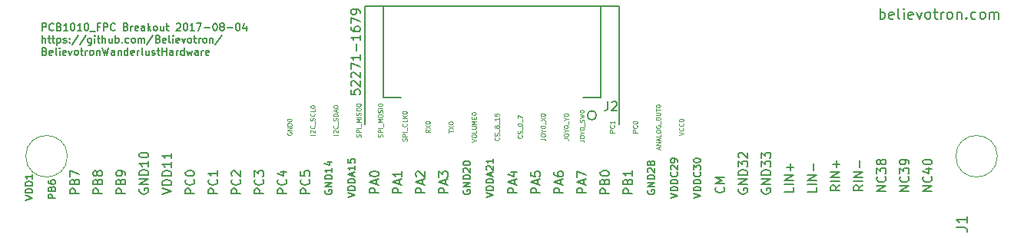
<source format=gbr>
G04 #@! TF.FileFunction,Legend,Top*
%FSLAX46Y46*%
G04 Gerber Fmt 4.6, Leading zero omitted, Abs format (unit mm)*
G04 Created by KiCad (PCBNEW 4.0.4-stable) date 08/04/17 17:34:58*
%MOMM*%
%LPD*%
G01*
G04 APERTURE LIST*
%ADD10C,0.100000*%
%ADD11C,0.150000*%
%ADD12C,0.120000*%
%ADD13C,0.125000*%
G04 APERTURE END LIST*
D10*
D11*
X145855954Y25133762D02*
X145855954Y26283762D01*
X145855954Y25845667D02*
X145965477Y25900429D01*
X146184525Y25900429D01*
X146294049Y25845667D01*
X146348811Y25790905D01*
X146403573Y25681381D01*
X146403573Y25352810D01*
X146348811Y25243286D01*
X146294049Y25188524D01*
X146184525Y25133762D01*
X145965477Y25133762D01*
X145855954Y25188524D01*
X147334525Y25188524D02*
X147225001Y25133762D01*
X147005953Y25133762D01*
X146896430Y25188524D01*
X146841668Y25298048D01*
X146841668Y25736143D01*
X146896430Y25845667D01*
X147005953Y25900429D01*
X147225001Y25900429D01*
X147334525Y25845667D01*
X147389287Y25736143D01*
X147389287Y25626619D01*
X146841668Y25517095D01*
X148046429Y25133762D02*
X147936905Y25188524D01*
X147882144Y25298048D01*
X147882144Y26283762D01*
X148484525Y25133762D02*
X148484525Y25900429D01*
X148484525Y26283762D02*
X148429763Y26229000D01*
X148484525Y26174238D01*
X148539286Y26229000D01*
X148484525Y26283762D01*
X148484525Y26174238D01*
X149470239Y25188524D02*
X149360715Y25133762D01*
X149141667Y25133762D01*
X149032144Y25188524D01*
X148977382Y25298048D01*
X148977382Y25736143D01*
X149032144Y25845667D01*
X149141667Y25900429D01*
X149360715Y25900429D01*
X149470239Y25845667D01*
X149525001Y25736143D01*
X149525001Y25626619D01*
X148977382Y25517095D01*
X149908334Y25900429D02*
X150182143Y25133762D01*
X150455953Y25900429D01*
X151058333Y25133762D02*
X150948809Y25188524D01*
X150894048Y25243286D01*
X150839286Y25352810D01*
X150839286Y25681381D01*
X150894048Y25790905D01*
X150948809Y25845667D01*
X151058333Y25900429D01*
X151222619Y25900429D01*
X151332143Y25845667D01*
X151386905Y25790905D01*
X151441667Y25681381D01*
X151441667Y25352810D01*
X151386905Y25243286D01*
X151332143Y25188524D01*
X151222619Y25133762D01*
X151058333Y25133762D01*
X151770238Y25900429D02*
X152208333Y25900429D01*
X151934524Y26283762D02*
X151934524Y25298048D01*
X151989285Y25188524D01*
X152098809Y25133762D01*
X152208333Y25133762D01*
X152591667Y25133762D02*
X152591667Y25900429D01*
X152591667Y25681381D02*
X152646428Y25790905D01*
X152701190Y25845667D01*
X152810714Y25900429D01*
X152920238Y25900429D01*
X153467857Y25133762D02*
X153358333Y25188524D01*
X153303572Y25243286D01*
X153248810Y25352810D01*
X153248810Y25681381D01*
X153303572Y25790905D01*
X153358333Y25845667D01*
X153467857Y25900429D01*
X153632143Y25900429D01*
X153741667Y25845667D01*
X153796429Y25790905D01*
X153851191Y25681381D01*
X153851191Y25352810D01*
X153796429Y25243286D01*
X153741667Y25188524D01*
X153632143Y25133762D01*
X153467857Y25133762D01*
X154344048Y25900429D02*
X154344048Y25133762D01*
X154344048Y25790905D02*
X154398809Y25845667D01*
X154508333Y25900429D01*
X154672619Y25900429D01*
X154782143Y25845667D01*
X154836905Y25736143D01*
X154836905Y25133762D01*
X155384524Y25243286D02*
X155439285Y25188524D01*
X155384524Y25133762D01*
X155329762Y25188524D01*
X155384524Y25243286D01*
X155384524Y25133762D01*
X156425000Y25188524D02*
X156315476Y25133762D01*
X156096428Y25133762D01*
X155986904Y25188524D01*
X155932143Y25243286D01*
X155877381Y25352810D01*
X155877381Y25681381D01*
X155932143Y25790905D01*
X155986904Y25845667D01*
X156096428Y25900429D01*
X156315476Y25900429D01*
X156425000Y25845667D01*
X157082142Y25133762D02*
X156972618Y25188524D01*
X156917857Y25243286D01*
X156863095Y25352810D01*
X156863095Y25681381D01*
X156917857Y25790905D01*
X156972618Y25845667D01*
X157082142Y25900429D01*
X157246428Y25900429D01*
X157355952Y25845667D01*
X157410714Y25790905D01*
X157465476Y25681381D01*
X157465476Y25352810D01*
X157410714Y25243286D01*
X157355952Y25188524D01*
X157246428Y25133762D01*
X157082142Y25133762D01*
X157958333Y25133762D02*
X157958333Y25900429D01*
X157958333Y25790905D02*
X158013094Y25845667D01*
X158122618Y25900429D01*
X158286904Y25900429D01*
X158396428Y25845667D01*
X158451190Y25736143D01*
X158451190Y25133762D01*
X158451190Y25736143D02*
X158505952Y25845667D01*
X158615475Y25900429D01*
X158779761Y25900429D01*
X158889285Y25845667D01*
X158944047Y25736143D01*
X158944047Y25133762D01*
X53530476Y23848095D02*
X53530476Y24648095D01*
X53835238Y24648095D01*
X53911429Y24610000D01*
X53949524Y24571905D01*
X53987619Y24495714D01*
X53987619Y24381429D01*
X53949524Y24305238D01*
X53911429Y24267143D01*
X53835238Y24229048D01*
X53530476Y24229048D01*
X54787619Y23924286D02*
X54749524Y23886190D01*
X54635238Y23848095D01*
X54559048Y23848095D01*
X54444762Y23886190D01*
X54368571Y23962381D01*
X54330476Y24038571D01*
X54292381Y24190952D01*
X54292381Y24305238D01*
X54330476Y24457619D01*
X54368571Y24533810D01*
X54444762Y24610000D01*
X54559048Y24648095D01*
X54635238Y24648095D01*
X54749524Y24610000D01*
X54787619Y24571905D01*
X55397143Y24267143D02*
X55511429Y24229048D01*
X55549524Y24190952D01*
X55587619Y24114762D01*
X55587619Y24000476D01*
X55549524Y23924286D01*
X55511429Y23886190D01*
X55435238Y23848095D01*
X55130476Y23848095D01*
X55130476Y24648095D01*
X55397143Y24648095D01*
X55473333Y24610000D01*
X55511429Y24571905D01*
X55549524Y24495714D01*
X55549524Y24419524D01*
X55511429Y24343333D01*
X55473333Y24305238D01*
X55397143Y24267143D01*
X55130476Y24267143D01*
X56349524Y23848095D02*
X55892381Y23848095D01*
X56120952Y23848095D02*
X56120952Y24648095D01*
X56044762Y24533810D01*
X55968571Y24457619D01*
X55892381Y24419524D01*
X56844762Y24648095D02*
X56920953Y24648095D01*
X56997143Y24610000D01*
X57035238Y24571905D01*
X57073334Y24495714D01*
X57111429Y24343333D01*
X57111429Y24152857D01*
X57073334Y24000476D01*
X57035238Y23924286D01*
X56997143Y23886190D01*
X56920953Y23848095D01*
X56844762Y23848095D01*
X56768572Y23886190D01*
X56730476Y23924286D01*
X56692381Y24000476D01*
X56654286Y24152857D01*
X56654286Y24343333D01*
X56692381Y24495714D01*
X56730476Y24571905D01*
X56768572Y24610000D01*
X56844762Y24648095D01*
X57873334Y23848095D02*
X57416191Y23848095D01*
X57644762Y23848095D02*
X57644762Y24648095D01*
X57568572Y24533810D01*
X57492381Y24457619D01*
X57416191Y24419524D01*
X58368572Y24648095D02*
X58444763Y24648095D01*
X58520953Y24610000D01*
X58559048Y24571905D01*
X58597144Y24495714D01*
X58635239Y24343333D01*
X58635239Y24152857D01*
X58597144Y24000476D01*
X58559048Y23924286D01*
X58520953Y23886190D01*
X58444763Y23848095D01*
X58368572Y23848095D01*
X58292382Y23886190D01*
X58254286Y23924286D01*
X58216191Y24000476D01*
X58178096Y24152857D01*
X58178096Y24343333D01*
X58216191Y24495714D01*
X58254286Y24571905D01*
X58292382Y24610000D01*
X58368572Y24648095D01*
X58787620Y23771905D02*
X59397144Y23771905D01*
X59854287Y24267143D02*
X59587620Y24267143D01*
X59587620Y23848095D02*
X59587620Y24648095D01*
X59968573Y24648095D01*
X60273334Y23848095D02*
X60273334Y24648095D01*
X60578096Y24648095D01*
X60654287Y24610000D01*
X60692382Y24571905D01*
X60730477Y24495714D01*
X60730477Y24381429D01*
X60692382Y24305238D01*
X60654287Y24267143D01*
X60578096Y24229048D01*
X60273334Y24229048D01*
X61530477Y23924286D02*
X61492382Y23886190D01*
X61378096Y23848095D01*
X61301906Y23848095D01*
X61187620Y23886190D01*
X61111429Y23962381D01*
X61073334Y24038571D01*
X61035239Y24190952D01*
X61035239Y24305238D01*
X61073334Y24457619D01*
X61111429Y24533810D01*
X61187620Y24610000D01*
X61301906Y24648095D01*
X61378096Y24648095D01*
X61492382Y24610000D01*
X61530477Y24571905D01*
X62749525Y24267143D02*
X62863811Y24229048D01*
X62901906Y24190952D01*
X62940001Y24114762D01*
X62940001Y24000476D01*
X62901906Y23924286D01*
X62863811Y23886190D01*
X62787620Y23848095D01*
X62482858Y23848095D01*
X62482858Y24648095D01*
X62749525Y24648095D01*
X62825715Y24610000D01*
X62863811Y24571905D01*
X62901906Y24495714D01*
X62901906Y24419524D01*
X62863811Y24343333D01*
X62825715Y24305238D01*
X62749525Y24267143D01*
X62482858Y24267143D01*
X63282858Y23848095D02*
X63282858Y24381429D01*
X63282858Y24229048D02*
X63320953Y24305238D01*
X63359049Y24343333D01*
X63435239Y24381429D01*
X63511430Y24381429D01*
X64082858Y23886190D02*
X64006668Y23848095D01*
X63854287Y23848095D01*
X63778096Y23886190D01*
X63740001Y23962381D01*
X63740001Y24267143D01*
X63778096Y24343333D01*
X63854287Y24381429D01*
X64006668Y24381429D01*
X64082858Y24343333D01*
X64120953Y24267143D01*
X64120953Y24190952D01*
X63740001Y24114762D01*
X64806667Y23848095D02*
X64806667Y24267143D01*
X64768572Y24343333D01*
X64692382Y24381429D01*
X64540001Y24381429D01*
X64463810Y24343333D01*
X64806667Y23886190D02*
X64730477Y23848095D01*
X64540001Y23848095D01*
X64463810Y23886190D01*
X64425715Y23962381D01*
X64425715Y24038571D01*
X64463810Y24114762D01*
X64540001Y24152857D01*
X64730477Y24152857D01*
X64806667Y24190952D01*
X65187620Y23848095D02*
X65187620Y24648095D01*
X65263811Y24152857D02*
X65492382Y23848095D01*
X65492382Y24381429D02*
X65187620Y24076667D01*
X65949525Y23848095D02*
X65873334Y23886190D01*
X65835239Y23924286D01*
X65797144Y24000476D01*
X65797144Y24229048D01*
X65835239Y24305238D01*
X65873334Y24343333D01*
X65949525Y24381429D01*
X66063811Y24381429D01*
X66140001Y24343333D01*
X66178096Y24305238D01*
X66216192Y24229048D01*
X66216192Y24000476D01*
X66178096Y23924286D01*
X66140001Y23886190D01*
X66063811Y23848095D01*
X65949525Y23848095D01*
X66901906Y24381429D02*
X66901906Y23848095D01*
X66559049Y24381429D02*
X66559049Y23962381D01*
X66597144Y23886190D01*
X66673335Y23848095D01*
X66787621Y23848095D01*
X66863811Y23886190D01*
X66901906Y23924286D01*
X67168573Y24381429D02*
X67473335Y24381429D01*
X67282859Y24648095D02*
X67282859Y23962381D01*
X67320954Y23886190D01*
X67397145Y23848095D01*
X67473335Y23848095D01*
X68311431Y24571905D02*
X68349526Y24610000D01*
X68425717Y24648095D01*
X68616193Y24648095D01*
X68692383Y24610000D01*
X68730479Y24571905D01*
X68768574Y24495714D01*
X68768574Y24419524D01*
X68730479Y24305238D01*
X68273336Y23848095D01*
X68768574Y23848095D01*
X69263812Y24648095D02*
X69340003Y24648095D01*
X69416193Y24610000D01*
X69454288Y24571905D01*
X69492384Y24495714D01*
X69530479Y24343333D01*
X69530479Y24152857D01*
X69492384Y24000476D01*
X69454288Y23924286D01*
X69416193Y23886190D01*
X69340003Y23848095D01*
X69263812Y23848095D01*
X69187622Y23886190D01*
X69149526Y23924286D01*
X69111431Y24000476D01*
X69073336Y24152857D01*
X69073336Y24343333D01*
X69111431Y24495714D01*
X69149526Y24571905D01*
X69187622Y24610000D01*
X69263812Y24648095D01*
X70292384Y23848095D02*
X69835241Y23848095D01*
X70063812Y23848095D02*
X70063812Y24648095D01*
X69987622Y24533810D01*
X69911431Y24457619D01*
X69835241Y24419524D01*
X70559051Y24648095D02*
X71092384Y24648095D01*
X70749527Y23848095D01*
X71397146Y24152857D02*
X72006670Y24152857D01*
X72540003Y24648095D02*
X72616194Y24648095D01*
X72692384Y24610000D01*
X72730479Y24571905D01*
X72768575Y24495714D01*
X72806670Y24343333D01*
X72806670Y24152857D01*
X72768575Y24000476D01*
X72730479Y23924286D01*
X72692384Y23886190D01*
X72616194Y23848095D01*
X72540003Y23848095D01*
X72463813Y23886190D01*
X72425717Y23924286D01*
X72387622Y24000476D01*
X72349527Y24152857D01*
X72349527Y24343333D01*
X72387622Y24495714D01*
X72425717Y24571905D01*
X72463813Y24610000D01*
X72540003Y24648095D01*
X73263813Y24305238D02*
X73187622Y24343333D01*
X73149527Y24381429D01*
X73111432Y24457619D01*
X73111432Y24495714D01*
X73149527Y24571905D01*
X73187622Y24610000D01*
X73263813Y24648095D01*
X73416194Y24648095D01*
X73492384Y24610000D01*
X73530480Y24571905D01*
X73568575Y24495714D01*
X73568575Y24457619D01*
X73530480Y24381429D01*
X73492384Y24343333D01*
X73416194Y24305238D01*
X73263813Y24305238D01*
X73187622Y24267143D01*
X73149527Y24229048D01*
X73111432Y24152857D01*
X73111432Y24000476D01*
X73149527Y23924286D01*
X73187622Y23886190D01*
X73263813Y23848095D01*
X73416194Y23848095D01*
X73492384Y23886190D01*
X73530480Y23924286D01*
X73568575Y24000476D01*
X73568575Y24152857D01*
X73530480Y24229048D01*
X73492384Y24267143D01*
X73416194Y24305238D01*
X73911432Y24152857D02*
X74520956Y24152857D01*
X75054289Y24648095D02*
X75130480Y24648095D01*
X75206670Y24610000D01*
X75244765Y24571905D01*
X75282861Y24495714D01*
X75320956Y24343333D01*
X75320956Y24152857D01*
X75282861Y24000476D01*
X75244765Y23924286D01*
X75206670Y23886190D01*
X75130480Y23848095D01*
X75054289Y23848095D01*
X74978099Y23886190D01*
X74940003Y23924286D01*
X74901908Y24000476D01*
X74863813Y24152857D01*
X74863813Y24343333D01*
X74901908Y24495714D01*
X74940003Y24571905D01*
X74978099Y24610000D01*
X75054289Y24648095D01*
X76006670Y24381429D02*
X76006670Y23848095D01*
X75816194Y24686190D02*
X75625718Y24114762D01*
X76120956Y24114762D01*
X53530476Y22498095D02*
X53530476Y23298095D01*
X53873333Y22498095D02*
X53873333Y22917143D01*
X53835238Y22993333D01*
X53759048Y23031429D01*
X53644762Y23031429D01*
X53568571Y22993333D01*
X53530476Y22955238D01*
X54140000Y23031429D02*
X54444762Y23031429D01*
X54254286Y23298095D02*
X54254286Y22612381D01*
X54292381Y22536190D01*
X54368572Y22498095D01*
X54444762Y22498095D01*
X54597143Y23031429D02*
X54901905Y23031429D01*
X54711429Y23298095D02*
X54711429Y22612381D01*
X54749524Y22536190D01*
X54825715Y22498095D01*
X54901905Y22498095D01*
X55168572Y23031429D02*
X55168572Y22231429D01*
X55168572Y22993333D02*
X55244763Y23031429D01*
X55397144Y23031429D01*
X55473334Y22993333D01*
X55511429Y22955238D01*
X55549525Y22879048D01*
X55549525Y22650476D01*
X55511429Y22574286D01*
X55473334Y22536190D01*
X55397144Y22498095D01*
X55244763Y22498095D01*
X55168572Y22536190D01*
X55854287Y22536190D02*
X55930477Y22498095D01*
X56082858Y22498095D01*
X56159049Y22536190D01*
X56197144Y22612381D01*
X56197144Y22650476D01*
X56159049Y22726667D01*
X56082858Y22764762D01*
X55968573Y22764762D01*
X55892382Y22802857D01*
X55854287Y22879048D01*
X55854287Y22917143D01*
X55892382Y22993333D01*
X55968573Y23031429D01*
X56082858Y23031429D01*
X56159049Y22993333D01*
X56540001Y22574286D02*
X56578096Y22536190D01*
X56540001Y22498095D01*
X56501906Y22536190D01*
X56540001Y22574286D01*
X56540001Y22498095D01*
X56540001Y22993333D02*
X56578096Y22955238D01*
X56540001Y22917143D01*
X56501906Y22955238D01*
X56540001Y22993333D01*
X56540001Y22917143D01*
X57492382Y23336190D02*
X56806667Y22307619D01*
X58330477Y23336190D02*
X57644762Y22307619D01*
X58940000Y23031429D02*
X58940000Y22383810D01*
X58901905Y22307619D01*
X58863810Y22269524D01*
X58787619Y22231429D01*
X58673334Y22231429D01*
X58597143Y22269524D01*
X58940000Y22536190D02*
X58863810Y22498095D01*
X58711429Y22498095D01*
X58635238Y22536190D01*
X58597143Y22574286D01*
X58559048Y22650476D01*
X58559048Y22879048D01*
X58597143Y22955238D01*
X58635238Y22993333D01*
X58711429Y23031429D01*
X58863810Y23031429D01*
X58940000Y22993333D01*
X59320953Y22498095D02*
X59320953Y23031429D01*
X59320953Y23298095D02*
X59282858Y23260000D01*
X59320953Y23221905D01*
X59359048Y23260000D01*
X59320953Y23298095D01*
X59320953Y23221905D01*
X59587619Y23031429D02*
X59892381Y23031429D01*
X59701905Y23298095D02*
X59701905Y22612381D01*
X59740000Y22536190D01*
X59816191Y22498095D01*
X59892381Y22498095D01*
X60159048Y22498095D02*
X60159048Y23298095D01*
X60501905Y22498095D02*
X60501905Y22917143D01*
X60463810Y22993333D01*
X60387620Y23031429D01*
X60273334Y23031429D01*
X60197143Y22993333D01*
X60159048Y22955238D01*
X61225715Y23031429D02*
X61225715Y22498095D01*
X60882858Y23031429D02*
X60882858Y22612381D01*
X60920953Y22536190D01*
X60997144Y22498095D01*
X61111430Y22498095D01*
X61187620Y22536190D01*
X61225715Y22574286D01*
X61606668Y22498095D02*
X61606668Y23298095D01*
X61606668Y22993333D02*
X61682859Y23031429D01*
X61835240Y23031429D01*
X61911430Y22993333D01*
X61949525Y22955238D01*
X61987621Y22879048D01*
X61987621Y22650476D01*
X61949525Y22574286D01*
X61911430Y22536190D01*
X61835240Y22498095D01*
X61682859Y22498095D01*
X61606668Y22536190D01*
X62330478Y22574286D02*
X62368573Y22536190D01*
X62330478Y22498095D01*
X62292383Y22536190D01*
X62330478Y22574286D01*
X62330478Y22498095D01*
X63054287Y22536190D02*
X62978097Y22498095D01*
X62825716Y22498095D01*
X62749525Y22536190D01*
X62711430Y22574286D01*
X62673335Y22650476D01*
X62673335Y22879048D01*
X62711430Y22955238D01*
X62749525Y22993333D01*
X62825716Y23031429D01*
X62978097Y23031429D01*
X63054287Y22993333D01*
X63511430Y22498095D02*
X63435239Y22536190D01*
X63397144Y22574286D01*
X63359049Y22650476D01*
X63359049Y22879048D01*
X63397144Y22955238D01*
X63435239Y22993333D01*
X63511430Y23031429D01*
X63625716Y23031429D01*
X63701906Y22993333D01*
X63740001Y22955238D01*
X63778097Y22879048D01*
X63778097Y22650476D01*
X63740001Y22574286D01*
X63701906Y22536190D01*
X63625716Y22498095D01*
X63511430Y22498095D01*
X64120954Y22498095D02*
X64120954Y23031429D01*
X64120954Y22955238D02*
X64159049Y22993333D01*
X64235240Y23031429D01*
X64349526Y23031429D01*
X64425716Y22993333D01*
X64463811Y22917143D01*
X64463811Y22498095D01*
X64463811Y22917143D02*
X64501907Y22993333D01*
X64578097Y23031429D01*
X64692383Y23031429D01*
X64768573Y22993333D01*
X64806668Y22917143D01*
X64806668Y22498095D01*
X65759050Y23336190D02*
X65073335Y22307619D01*
X66292383Y22917143D02*
X66406669Y22879048D01*
X66444764Y22840952D01*
X66482859Y22764762D01*
X66482859Y22650476D01*
X66444764Y22574286D01*
X66406669Y22536190D01*
X66330478Y22498095D01*
X66025716Y22498095D01*
X66025716Y23298095D01*
X66292383Y23298095D01*
X66368573Y23260000D01*
X66406669Y23221905D01*
X66444764Y23145714D01*
X66444764Y23069524D01*
X66406669Y22993333D01*
X66368573Y22955238D01*
X66292383Y22917143D01*
X66025716Y22917143D01*
X67130478Y22536190D02*
X67054288Y22498095D01*
X66901907Y22498095D01*
X66825716Y22536190D01*
X66787621Y22612381D01*
X66787621Y22917143D01*
X66825716Y22993333D01*
X66901907Y23031429D01*
X67054288Y23031429D01*
X67130478Y22993333D01*
X67168573Y22917143D01*
X67168573Y22840952D01*
X66787621Y22764762D01*
X67625716Y22498095D02*
X67549525Y22536190D01*
X67511430Y22612381D01*
X67511430Y23298095D01*
X67930478Y22498095D02*
X67930478Y23031429D01*
X67930478Y23298095D02*
X67892383Y23260000D01*
X67930478Y23221905D01*
X67968573Y23260000D01*
X67930478Y23298095D01*
X67930478Y23221905D01*
X68616192Y22536190D02*
X68540002Y22498095D01*
X68387621Y22498095D01*
X68311430Y22536190D01*
X68273335Y22612381D01*
X68273335Y22917143D01*
X68311430Y22993333D01*
X68387621Y23031429D01*
X68540002Y23031429D01*
X68616192Y22993333D01*
X68654287Y22917143D01*
X68654287Y22840952D01*
X68273335Y22764762D01*
X68920954Y23031429D02*
X69111430Y22498095D01*
X69301906Y23031429D01*
X69720954Y22498095D02*
X69644763Y22536190D01*
X69606668Y22574286D01*
X69568573Y22650476D01*
X69568573Y22879048D01*
X69606668Y22955238D01*
X69644763Y22993333D01*
X69720954Y23031429D01*
X69835240Y23031429D01*
X69911430Y22993333D01*
X69949525Y22955238D01*
X69987621Y22879048D01*
X69987621Y22650476D01*
X69949525Y22574286D01*
X69911430Y22536190D01*
X69835240Y22498095D01*
X69720954Y22498095D01*
X70216192Y23031429D02*
X70520954Y23031429D01*
X70330478Y23298095D02*
X70330478Y22612381D01*
X70368573Y22536190D01*
X70444764Y22498095D01*
X70520954Y22498095D01*
X70787621Y22498095D02*
X70787621Y23031429D01*
X70787621Y22879048D02*
X70825716Y22955238D01*
X70863812Y22993333D01*
X70940002Y23031429D01*
X71016193Y23031429D01*
X71397145Y22498095D02*
X71320954Y22536190D01*
X71282859Y22574286D01*
X71244764Y22650476D01*
X71244764Y22879048D01*
X71282859Y22955238D01*
X71320954Y22993333D01*
X71397145Y23031429D01*
X71511431Y23031429D01*
X71587621Y22993333D01*
X71625716Y22955238D01*
X71663812Y22879048D01*
X71663812Y22650476D01*
X71625716Y22574286D01*
X71587621Y22536190D01*
X71511431Y22498095D01*
X71397145Y22498095D01*
X72006669Y23031429D02*
X72006669Y22498095D01*
X72006669Y22955238D02*
X72044764Y22993333D01*
X72120955Y23031429D01*
X72235241Y23031429D01*
X72311431Y22993333D01*
X72349526Y22917143D01*
X72349526Y22498095D01*
X73301908Y23336190D02*
X72616193Y22307619D01*
X53797143Y21567143D02*
X53911429Y21529048D01*
X53949524Y21490952D01*
X53987619Y21414762D01*
X53987619Y21300476D01*
X53949524Y21224286D01*
X53911429Y21186190D01*
X53835238Y21148095D01*
X53530476Y21148095D01*
X53530476Y21948095D01*
X53797143Y21948095D01*
X53873333Y21910000D01*
X53911429Y21871905D01*
X53949524Y21795714D01*
X53949524Y21719524D01*
X53911429Y21643333D01*
X53873333Y21605238D01*
X53797143Y21567143D01*
X53530476Y21567143D01*
X54635238Y21186190D02*
X54559048Y21148095D01*
X54406667Y21148095D01*
X54330476Y21186190D01*
X54292381Y21262381D01*
X54292381Y21567143D01*
X54330476Y21643333D01*
X54406667Y21681429D01*
X54559048Y21681429D01*
X54635238Y21643333D01*
X54673333Y21567143D01*
X54673333Y21490952D01*
X54292381Y21414762D01*
X55130476Y21148095D02*
X55054285Y21186190D01*
X55016190Y21262381D01*
X55016190Y21948095D01*
X55435238Y21148095D02*
X55435238Y21681429D01*
X55435238Y21948095D02*
X55397143Y21910000D01*
X55435238Y21871905D01*
X55473333Y21910000D01*
X55435238Y21948095D01*
X55435238Y21871905D01*
X56120952Y21186190D02*
X56044762Y21148095D01*
X55892381Y21148095D01*
X55816190Y21186190D01*
X55778095Y21262381D01*
X55778095Y21567143D01*
X55816190Y21643333D01*
X55892381Y21681429D01*
X56044762Y21681429D01*
X56120952Y21643333D01*
X56159047Y21567143D01*
X56159047Y21490952D01*
X55778095Y21414762D01*
X56425714Y21681429D02*
X56616190Y21148095D01*
X56806666Y21681429D01*
X57225714Y21148095D02*
X57149523Y21186190D01*
X57111428Y21224286D01*
X57073333Y21300476D01*
X57073333Y21529048D01*
X57111428Y21605238D01*
X57149523Y21643333D01*
X57225714Y21681429D01*
X57340000Y21681429D01*
X57416190Y21643333D01*
X57454285Y21605238D01*
X57492381Y21529048D01*
X57492381Y21300476D01*
X57454285Y21224286D01*
X57416190Y21186190D01*
X57340000Y21148095D01*
X57225714Y21148095D01*
X57720952Y21681429D02*
X58025714Y21681429D01*
X57835238Y21948095D02*
X57835238Y21262381D01*
X57873333Y21186190D01*
X57949524Y21148095D01*
X58025714Y21148095D01*
X58292381Y21148095D02*
X58292381Y21681429D01*
X58292381Y21529048D02*
X58330476Y21605238D01*
X58368572Y21643333D01*
X58444762Y21681429D01*
X58520953Y21681429D01*
X58901905Y21148095D02*
X58825714Y21186190D01*
X58787619Y21224286D01*
X58749524Y21300476D01*
X58749524Y21529048D01*
X58787619Y21605238D01*
X58825714Y21643333D01*
X58901905Y21681429D01*
X59016191Y21681429D01*
X59092381Y21643333D01*
X59130476Y21605238D01*
X59168572Y21529048D01*
X59168572Y21300476D01*
X59130476Y21224286D01*
X59092381Y21186190D01*
X59016191Y21148095D01*
X58901905Y21148095D01*
X59511429Y21681429D02*
X59511429Y21148095D01*
X59511429Y21605238D02*
X59549524Y21643333D01*
X59625715Y21681429D01*
X59740001Y21681429D01*
X59816191Y21643333D01*
X59854286Y21567143D01*
X59854286Y21148095D01*
X60159049Y21948095D02*
X60349525Y21148095D01*
X60501906Y21719524D01*
X60654287Y21148095D01*
X60844763Y21948095D01*
X61492382Y21148095D02*
X61492382Y21567143D01*
X61454287Y21643333D01*
X61378097Y21681429D01*
X61225716Y21681429D01*
X61149525Y21643333D01*
X61492382Y21186190D02*
X61416192Y21148095D01*
X61225716Y21148095D01*
X61149525Y21186190D01*
X61111430Y21262381D01*
X61111430Y21338571D01*
X61149525Y21414762D01*
X61225716Y21452857D01*
X61416192Y21452857D01*
X61492382Y21490952D01*
X61873335Y21681429D02*
X61873335Y21148095D01*
X61873335Y21605238D02*
X61911430Y21643333D01*
X61987621Y21681429D01*
X62101907Y21681429D01*
X62178097Y21643333D01*
X62216192Y21567143D01*
X62216192Y21148095D01*
X62940002Y21148095D02*
X62940002Y21948095D01*
X62940002Y21186190D02*
X62863812Y21148095D01*
X62711431Y21148095D01*
X62635240Y21186190D01*
X62597145Y21224286D01*
X62559050Y21300476D01*
X62559050Y21529048D01*
X62597145Y21605238D01*
X62635240Y21643333D01*
X62711431Y21681429D01*
X62863812Y21681429D01*
X62940002Y21643333D01*
X63625717Y21186190D02*
X63549527Y21148095D01*
X63397146Y21148095D01*
X63320955Y21186190D01*
X63282860Y21262381D01*
X63282860Y21567143D01*
X63320955Y21643333D01*
X63397146Y21681429D01*
X63549527Y21681429D01*
X63625717Y21643333D01*
X63663812Y21567143D01*
X63663812Y21490952D01*
X63282860Y21414762D01*
X64006669Y21148095D02*
X64006669Y21681429D01*
X64006669Y21529048D02*
X64044764Y21605238D01*
X64082860Y21643333D01*
X64159050Y21681429D01*
X64235241Y21681429D01*
X64616193Y21148095D02*
X64540002Y21186190D01*
X64501907Y21262381D01*
X64501907Y21948095D01*
X65263812Y21681429D02*
X65263812Y21148095D01*
X64920955Y21681429D02*
X64920955Y21262381D01*
X64959050Y21186190D01*
X65035241Y21148095D01*
X65149527Y21148095D01*
X65225717Y21186190D01*
X65263812Y21224286D01*
X65606670Y21186190D02*
X65682860Y21148095D01*
X65835241Y21148095D01*
X65911432Y21186190D01*
X65949527Y21262381D01*
X65949527Y21300476D01*
X65911432Y21376667D01*
X65835241Y21414762D01*
X65720956Y21414762D01*
X65644765Y21452857D01*
X65606670Y21529048D01*
X65606670Y21567143D01*
X65644765Y21643333D01*
X65720956Y21681429D01*
X65835241Y21681429D01*
X65911432Y21643333D01*
X66178098Y21681429D02*
X66482860Y21681429D01*
X66292384Y21948095D02*
X66292384Y21262381D01*
X66330479Y21186190D01*
X66406670Y21148095D01*
X66482860Y21148095D01*
X66749527Y21148095D02*
X66749527Y21948095D01*
X66749527Y21567143D02*
X67206670Y21567143D01*
X67206670Y21148095D02*
X67206670Y21948095D01*
X67930479Y21148095D02*
X67930479Y21567143D01*
X67892384Y21643333D01*
X67816194Y21681429D01*
X67663813Y21681429D01*
X67587622Y21643333D01*
X67930479Y21186190D02*
X67854289Y21148095D01*
X67663813Y21148095D01*
X67587622Y21186190D01*
X67549527Y21262381D01*
X67549527Y21338571D01*
X67587622Y21414762D01*
X67663813Y21452857D01*
X67854289Y21452857D01*
X67930479Y21490952D01*
X68311432Y21148095D02*
X68311432Y21681429D01*
X68311432Y21529048D02*
X68349527Y21605238D01*
X68387623Y21643333D01*
X68463813Y21681429D01*
X68540004Y21681429D01*
X69149527Y21148095D02*
X69149527Y21948095D01*
X69149527Y21186190D02*
X69073337Y21148095D01*
X68920956Y21148095D01*
X68844765Y21186190D01*
X68806670Y21224286D01*
X68768575Y21300476D01*
X68768575Y21529048D01*
X68806670Y21605238D01*
X68844765Y21643333D01*
X68920956Y21681429D01*
X69073337Y21681429D01*
X69149527Y21643333D01*
X69454290Y21681429D02*
X69606671Y21148095D01*
X69759052Y21529048D01*
X69911433Y21148095D01*
X70063814Y21681429D01*
X70711432Y21148095D02*
X70711432Y21567143D01*
X70673337Y21643333D01*
X70597147Y21681429D01*
X70444766Y21681429D01*
X70368575Y21643333D01*
X70711432Y21186190D02*
X70635242Y21148095D01*
X70444766Y21148095D01*
X70368575Y21186190D01*
X70330480Y21262381D01*
X70330480Y21338571D01*
X70368575Y21414762D01*
X70444766Y21452857D01*
X70635242Y21452857D01*
X70711432Y21490952D01*
X71092385Y21148095D02*
X71092385Y21681429D01*
X71092385Y21529048D02*
X71130480Y21605238D01*
X71168576Y21643333D01*
X71244766Y21681429D01*
X71320957Y21681429D01*
X71892385Y21186190D02*
X71816195Y21148095D01*
X71663814Y21148095D01*
X71587623Y21186190D01*
X71549528Y21262381D01*
X71549528Y21567143D01*
X71587623Y21643333D01*
X71663814Y21681429D01*
X71816195Y21681429D01*
X71892385Y21643333D01*
X71930480Y21567143D01*
X71930480Y21490952D01*
X71549528Y21414762D01*
D12*
X56286000Y10000000D02*
G75*
G03X56286000Y10000000I-2286000J0D01*
G01*
X158786000Y10000000D02*
G75*
G03X158786000Y10000000I-2286000J0D01*
G01*
D11*
X89100000Y26510000D02*
X89100000Y13510000D01*
X91100000Y26510000D02*
X89100000Y26510000D01*
X117100000Y26510000D02*
X115100000Y26510000D01*
X117100000Y13510000D02*
X117100000Y26510000D01*
X114600000Y14510000D02*
G75*
G03X114600000Y14510000I-500000J0D01*
G01*
X113100000Y16510000D02*
X115100000Y16510000D01*
X91100000Y16510000D02*
X93100000Y16510000D01*
X91100000Y26510000D02*
X91100000Y16510000D01*
X115100000Y26510000D02*
X91100000Y26510000D01*
X115100000Y16510000D02*
X115100000Y26510000D01*
X115871667Y16057619D02*
X115871667Y15343333D01*
X115824047Y15200476D01*
X115728809Y15105238D01*
X115585952Y15057619D01*
X115490714Y15057619D01*
X116300238Y15962381D02*
X116347857Y16010000D01*
X116443095Y16057619D01*
X116681191Y16057619D01*
X116776429Y16010000D01*
X116824048Y15962381D01*
X116871667Y15867143D01*
X116871667Y15771905D01*
X116824048Y15629048D01*
X116252619Y15057619D01*
X116871667Y15057619D01*
X87552381Y17319524D02*
X87552381Y16843333D01*
X88028571Y16795714D01*
X87980952Y16843333D01*
X87933333Y16938571D01*
X87933333Y17176667D01*
X87980952Y17271905D01*
X88028571Y17319524D01*
X88123810Y17367143D01*
X88361905Y17367143D01*
X88457143Y17319524D01*
X88504762Y17271905D01*
X88552381Y17176667D01*
X88552381Y16938571D01*
X88504762Y16843333D01*
X88457143Y16795714D01*
X87647619Y17748095D02*
X87600000Y17795714D01*
X87552381Y17890952D01*
X87552381Y18129048D01*
X87600000Y18224286D01*
X87647619Y18271905D01*
X87742857Y18319524D01*
X87838095Y18319524D01*
X87980952Y18271905D01*
X88552381Y17700476D01*
X88552381Y18319524D01*
X87647619Y18700476D02*
X87600000Y18748095D01*
X87552381Y18843333D01*
X87552381Y19081429D01*
X87600000Y19176667D01*
X87647619Y19224286D01*
X87742857Y19271905D01*
X87838095Y19271905D01*
X87980952Y19224286D01*
X88552381Y18652857D01*
X88552381Y19271905D01*
X87552381Y19605238D02*
X87552381Y20271905D01*
X88552381Y19843333D01*
X88552381Y21176667D02*
X88552381Y20605238D01*
X88552381Y20890952D02*
X87552381Y20890952D01*
X87695238Y20795714D01*
X87790476Y20700476D01*
X87838095Y20605238D01*
X88171429Y21605238D02*
X88171429Y22367143D01*
X88552381Y23367143D02*
X88552381Y22795714D01*
X88552381Y23081428D02*
X87552381Y23081428D01*
X87695238Y22986190D01*
X87790476Y22890952D01*
X87838095Y22795714D01*
X87552381Y24224286D02*
X87552381Y24033809D01*
X87600000Y23938571D01*
X87647619Y23890952D01*
X87790476Y23795714D01*
X87980952Y23748095D01*
X88361905Y23748095D01*
X88457143Y23795714D01*
X88504762Y23843333D01*
X88552381Y23938571D01*
X88552381Y24129048D01*
X88504762Y24224286D01*
X88457143Y24271905D01*
X88361905Y24319524D01*
X88123810Y24319524D01*
X88028571Y24271905D01*
X87980952Y24224286D01*
X87933333Y24129048D01*
X87933333Y23938571D01*
X87980952Y23843333D01*
X88028571Y23795714D01*
X88123810Y23748095D01*
X87552381Y24652857D02*
X87552381Y25319524D01*
X88552381Y24890952D01*
X88552381Y25748095D02*
X88552381Y25938571D01*
X88504762Y26033810D01*
X88457143Y26081429D01*
X88314286Y26176667D01*
X88123810Y26224286D01*
X87742857Y26224286D01*
X87647619Y26176667D01*
X87600000Y26129048D01*
X87552381Y26033810D01*
X87552381Y25843333D01*
X87600000Y25748095D01*
X87647619Y25700476D01*
X87742857Y25652857D01*
X87980952Y25652857D01*
X88076190Y25700476D01*
X88123810Y25748095D01*
X88171429Y25843333D01*
X88171429Y26033810D01*
X88123810Y26129048D01*
X88076190Y26176667D01*
X87980952Y26224286D01*
X154282857Y2140000D02*
X155140000Y2140000D01*
X155311429Y2082858D01*
X155425714Y1968572D01*
X155482857Y1797143D01*
X155482857Y1682858D01*
X155482857Y3340001D02*
X155482857Y2654286D01*
X155482857Y2997144D02*
X154282857Y2997144D01*
X154454286Y2882858D01*
X154568571Y2768572D01*
X154625714Y2654286D01*
X151582381Y6135905D02*
X150582381Y6135905D01*
X151582381Y6707334D01*
X150582381Y6707334D01*
X151487143Y7754953D02*
X151534762Y7707334D01*
X151582381Y7564477D01*
X151582381Y7469239D01*
X151534762Y7326381D01*
X151439524Y7231143D01*
X151344286Y7183524D01*
X151153810Y7135905D01*
X151010952Y7135905D01*
X150820476Y7183524D01*
X150725238Y7231143D01*
X150630000Y7326381D01*
X150582381Y7469239D01*
X150582381Y7564477D01*
X150630000Y7707334D01*
X150677619Y7754953D01*
X150915714Y8612096D02*
X151582381Y8612096D01*
X150534762Y8374000D02*
X151249048Y8135905D01*
X151249048Y8754953D01*
X150582381Y9326381D02*
X150582381Y9421620D01*
X150630000Y9516858D01*
X150677619Y9564477D01*
X150772857Y9612096D01*
X150963333Y9659715D01*
X151201429Y9659715D01*
X151391905Y9612096D01*
X151487143Y9564477D01*
X151534762Y9516858D01*
X151582381Y9421620D01*
X151582381Y9326381D01*
X151534762Y9231143D01*
X151487143Y9183524D01*
X151391905Y9135905D01*
X151201429Y9088286D01*
X150963333Y9088286D01*
X150772857Y9135905D01*
X150677619Y9183524D01*
X150630000Y9231143D01*
X150582381Y9326381D01*
X149042381Y6135905D02*
X148042381Y6135905D01*
X149042381Y6707334D01*
X148042381Y6707334D01*
X148947143Y7754953D02*
X148994762Y7707334D01*
X149042381Y7564477D01*
X149042381Y7469239D01*
X148994762Y7326381D01*
X148899524Y7231143D01*
X148804286Y7183524D01*
X148613810Y7135905D01*
X148470952Y7135905D01*
X148280476Y7183524D01*
X148185238Y7231143D01*
X148090000Y7326381D01*
X148042381Y7469239D01*
X148042381Y7564477D01*
X148090000Y7707334D01*
X148137619Y7754953D01*
X148042381Y8088286D02*
X148042381Y8707334D01*
X148423333Y8374000D01*
X148423333Y8516858D01*
X148470952Y8612096D01*
X148518571Y8659715D01*
X148613810Y8707334D01*
X148851905Y8707334D01*
X148947143Y8659715D01*
X148994762Y8612096D01*
X149042381Y8516858D01*
X149042381Y8231143D01*
X148994762Y8135905D01*
X148947143Y8088286D01*
X149042381Y9183524D02*
X149042381Y9374000D01*
X148994762Y9469239D01*
X148947143Y9516858D01*
X148804286Y9612096D01*
X148613810Y9659715D01*
X148232857Y9659715D01*
X148137619Y9612096D01*
X148090000Y9564477D01*
X148042381Y9469239D01*
X148042381Y9278762D01*
X148090000Y9183524D01*
X148137619Y9135905D01*
X148232857Y9088286D01*
X148470952Y9088286D01*
X148566190Y9135905D01*
X148613810Y9183524D01*
X148661429Y9278762D01*
X148661429Y9469239D01*
X148613810Y9564477D01*
X148566190Y9612096D01*
X148470952Y9659715D01*
X146502381Y6135905D02*
X145502381Y6135905D01*
X146502381Y6707334D01*
X145502381Y6707334D01*
X146407143Y7754953D02*
X146454762Y7707334D01*
X146502381Y7564477D01*
X146502381Y7469239D01*
X146454762Y7326381D01*
X146359524Y7231143D01*
X146264286Y7183524D01*
X146073810Y7135905D01*
X145930952Y7135905D01*
X145740476Y7183524D01*
X145645238Y7231143D01*
X145550000Y7326381D01*
X145502381Y7469239D01*
X145502381Y7564477D01*
X145550000Y7707334D01*
X145597619Y7754953D01*
X145502381Y8088286D02*
X145502381Y8707334D01*
X145883333Y8374000D01*
X145883333Y8516858D01*
X145930952Y8612096D01*
X145978571Y8659715D01*
X146073810Y8707334D01*
X146311905Y8707334D01*
X146407143Y8659715D01*
X146454762Y8612096D01*
X146502381Y8516858D01*
X146502381Y8231143D01*
X146454762Y8135905D01*
X146407143Y8088286D01*
X145930952Y9278762D02*
X145883333Y9183524D01*
X145835714Y9135905D01*
X145740476Y9088286D01*
X145692857Y9088286D01*
X145597619Y9135905D01*
X145550000Y9183524D01*
X145502381Y9278762D01*
X145502381Y9469239D01*
X145550000Y9564477D01*
X145597619Y9612096D01*
X145692857Y9659715D01*
X145740476Y9659715D01*
X145835714Y9612096D01*
X145883333Y9564477D01*
X145930952Y9469239D01*
X145930952Y9278762D01*
X145978571Y9183524D01*
X146026190Y9135905D01*
X146121429Y9088286D01*
X146311905Y9088286D01*
X146407143Y9135905D01*
X146454762Y9183524D01*
X146502381Y9278762D01*
X146502381Y9469239D01*
X146454762Y9564477D01*
X146407143Y9612096D01*
X146311905Y9659715D01*
X146121429Y9659715D01*
X146026190Y9612096D01*
X145978571Y9564477D01*
X145930952Y9469239D01*
X143962381Y6802572D02*
X143486190Y6469238D01*
X143962381Y6231143D02*
X142962381Y6231143D01*
X142962381Y6612096D01*
X143010000Y6707334D01*
X143057619Y6754953D01*
X143152857Y6802572D01*
X143295714Y6802572D01*
X143390952Y6754953D01*
X143438571Y6707334D01*
X143486190Y6612096D01*
X143486190Y6231143D01*
X143962381Y7231143D02*
X142962381Y7231143D01*
X143962381Y7707333D02*
X142962381Y7707333D01*
X143962381Y8278762D01*
X142962381Y8278762D01*
X143581429Y8754952D02*
X143581429Y9516857D01*
X141422381Y6802572D02*
X140946190Y6469238D01*
X141422381Y6231143D02*
X140422381Y6231143D01*
X140422381Y6612096D01*
X140470000Y6707334D01*
X140517619Y6754953D01*
X140612857Y6802572D01*
X140755714Y6802572D01*
X140850952Y6754953D01*
X140898571Y6707334D01*
X140946190Y6612096D01*
X140946190Y6231143D01*
X141422381Y7231143D02*
X140422381Y7231143D01*
X141422381Y7707333D02*
X140422381Y7707333D01*
X141422381Y8278762D01*
X140422381Y8278762D01*
X141041429Y8754952D02*
X141041429Y9516857D01*
X141422381Y9135905D02*
X140660476Y9135905D01*
X138882381Y6548572D02*
X138882381Y6072381D01*
X137882381Y6072381D01*
X138882381Y6881905D02*
X137882381Y6881905D01*
X138882381Y7358095D02*
X137882381Y7358095D01*
X138882381Y7929524D01*
X137882381Y7929524D01*
X138501429Y8405714D02*
X138501429Y9167619D01*
X136342381Y6548572D02*
X136342381Y6072381D01*
X135342381Y6072381D01*
X136342381Y6881905D02*
X135342381Y6881905D01*
X136342381Y7358095D02*
X135342381Y7358095D01*
X136342381Y7929524D01*
X135342381Y7929524D01*
X135961429Y8405714D02*
X135961429Y9167619D01*
X136342381Y8786667D02*
X135580476Y8786667D01*
X132850000Y6413715D02*
X132802381Y6318477D01*
X132802381Y6175620D01*
X132850000Y6032762D01*
X132945238Y5937524D01*
X133040476Y5889905D01*
X133230952Y5842286D01*
X133373810Y5842286D01*
X133564286Y5889905D01*
X133659524Y5937524D01*
X133754762Y6032762D01*
X133802381Y6175620D01*
X133802381Y6270858D01*
X133754762Y6413715D01*
X133707143Y6461334D01*
X133373810Y6461334D01*
X133373810Y6270858D01*
X133802381Y6889905D02*
X132802381Y6889905D01*
X133802381Y7461334D01*
X132802381Y7461334D01*
X133802381Y7937524D02*
X132802381Y7937524D01*
X132802381Y8175619D01*
X132850000Y8318477D01*
X132945238Y8413715D01*
X133040476Y8461334D01*
X133230952Y8508953D01*
X133373810Y8508953D01*
X133564286Y8461334D01*
X133659524Y8413715D01*
X133754762Y8318477D01*
X133802381Y8175619D01*
X133802381Y7937524D01*
X132802381Y8842286D02*
X132802381Y9461334D01*
X133183333Y9128000D01*
X133183333Y9270858D01*
X133230952Y9366096D01*
X133278571Y9413715D01*
X133373810Y9461334D01*
X133611905Y9461334D01*
X133707143Y9413715D01*
X133754762Y9366096D01*
X133802381Y9270858D01*
X133802381Y8985143D01*
X133754762Y8889905D01*
X133707143Y8842286D01*
X132802381Y9794667D02*
X132802381Y10413715D01*
X133183333Y10080381D01*
X133183333Y10223239D01*
X133230952Y10318477D01*
X133278571Y10366096D01*
X133373810Y10413715D01*
X133611905Y10413715D01*
X133707143Y10366096D01*
X133754762Y10318477D01*
X133802381Y10223239D01*
X133802381Y9937524D01*
X133754762Y9842286D01*
X133707143Y9794667D01*
X130310000Y6413715D02*
X130262381Y6318477D01*
X130262381Y6175620D01*
X130310000Y6032762D01*
X130405238Y5937524D01*
X130500476Y5889905D01*
X130690952Y5842286D01*
X130833810Y5842286D01*
X131024286Y5889905D01*
X131119524Y5937524D01*
X131214762Y6032762D01*
X131262381Y6175620D01*
X131262381Y6270858D01*
X131214762Y6413715D01*
X131167143Y6461334D01*
X130833810Y6461334D01*
X130833810Y6270858D01*
X131262381Y6889905D02*
X130262381Y6889905D01*
X131262381Y7461334D01*
X130262381Y7461334D01*
X131262381Y7937524D02*
X130262381Y7937524D01*
X130262381Y8175619D01*
X130310000Y8318477D01*
X130405238Y8413715D01*
X130500476Y8461334D01*
X130690952Y8508953D01*
X130833810Y8508953D01*
X131024286Y8461334D01*
X131119524Y8413715D01*
X131214762Y8318477D01*
X131262381Y8175619D01*
X131262381Y7937524D01*
X130262381Y8842286D02*
X130262381Y9461334D01*
X130643333Y9128000D01*
X130643333Y9270858D01*
X130690952Y9366096D01*
X130738571Y9413715D01*
X130833810Y9461334D01*
X131071905Y9461334D01*
X131167143Y9413715D01*
X131214762Y9366096D01*
X131262381Y9270858D01*
X131262381Y8985143D01*
X131214762Y8889905D01*
X131167143Y8842286D01*
X130357619Y9842286D02*
X130310000Y9889905D01*
X130262381Y9985143D01*
X130262381Y10223239D01*
X130310000Y10318477D01*
X130357619Y10366096D01*
X130452857Y10413715D01*
X130548095Y10413715D01*
X130690952Y10366096D01*
X131262381Y9794667D01*
X131262381Y10413715D01*
X128627143Y6596096D02*
X128674762Y6548477D01*
X128722381Y6405620D01*
X128722381Y6310382D01*
X128674762Y6167524D01*
X128579524Y6072286D01*
X128484286Y6024667D01*
X128293810Y5977048D01*
X128150952Y5977048D01*
X127960476Y6024667D01*
X127865238Y6072286D01*
X127770000Y6167524D01*
X127722381Y6310382D01*
X127722381Y6405620D01*
X127770000Y6548477D01*
X127817619Y6596096D01*
X128722381Y7024667D02*
X127722381Y7024667D01*
X128436667Y7358001D01*
X127722381Y7691334D01*
X128722381Y7691334D01*
X125291905Y5391428D02*
X126091905Y5658095D01*
X125291905Y5924762D01*
X126091905Y6191428D02*
X125291905Y6191428D01*
X125291905Y6381904D01*
X125330000Y6496190D01*
X125406190Y6572381D01*
X125482381Y6610476D01*
X125634762Y6648571D01*
X125749048Y6648571D01*
X125901429Y6610476D01*
X125977619Y6572381D01*
X126053810Y6496190D01*
X126091905Y6381904D01*
X126091905Y6191428D01*
X126091905Y6991428D02*
X125291905Y6991428D01*
X125291905Y7181904D01*
X125330000Y7296190D01*
X125406190Y7372381D01*
X125482381Y7410476D01*
X125634762Y7448571D01*
X125749048Y7448571D01*
X125901429Y7410476D01*
X125977619Y7372381D01*
X126053810Y7296190D01*
X126091905Y7181904D01*
X126091905Y6991428D01*
X126015714Y8248571D02*
X126053810Y8210476D01*
X126091905Y8096190D01*
X126091905Y8020000D01*
X126053810Y7905714D01*
X125977619Y7829523D01*
X125901429Y7791428D01*
X125749048Y7753333D01*
X125634762Y7753333D01*
X125482381Y7791428D01*
X125406190Y7829523D01*
X125330000Y7905714D01*
X125291905Y8020000D01*
X125291905Y8096190D01*
X125330000Y8210476D01*
X125368095Y8248571D01*
X125291905Y8515238D02*
X125291905Y9010476D01*
X125596667Y8743809D01*
X125596667Y8858095D01*
X125634762Y8934285D01*
X125672857Y8972381D01*
X125749048Y9010476D01*
X125939524Y9010476D01*
X126015714Y8972381D01*
X126053810Y8934285D01*
X126091905Y8858095D01*
X126091905Y8629523D01*
X126053810Y8553333D01*
X126015714Y8515238D01*
X125291905Y9505714D02*
X125291905Y9581905D01*
X125330000Y9658095D01*
X125368095Y9696190D01*
X125444286Y9734286D01*
X125596667Y9772381D01*
X125787143Y9772381D01*
X125939524Y9734286D01*
X126015714Y9696190D01*
X126053810Y9658095D01*
X126091905Y9581905D01*
X126091905Y9505714D01*
X126053810Y9429524D01*
X126015714Y9391428D01*
X125939524Y9353333D01*
X125787143Y9315238D01*
X125596667Y9315238D01*
X125444286Y9353333D01*
X125368095Y9391428D01*
X125330000Y9429524D01*
X125291905Y9505714D01*
X122751905Y5391428D02*
X123551905Y5658095D01*
X122751905Y5924762D01*
X123551905Y6191428D02*
X122751905Y6191428D01*
X122751905Y6381904D01*
X122790000Y6496190D01*
X122866190Y6572381D01*
X122942381Y6610476D01*
X123094762Y6648571D01*
X123209048Y6648571D01*
X123361429Y6610476D01*
X123437619Y6572381D01*
X123513810Y6496190D01*
X123551905Y6381904D01*
X123551905Y6191428D01*
X123551905Y6991428D02*
X122751905Y6991428D01*
X122751905Y7181904D01*
X122790000Y7296190D01*
X122866190Y7372381D01*
X122942381Y7410476D01*
X123094762Y7448571D01*
X123209048Y7448571D01*
X123361429Y7410476D01*
X123437619Y7372381D01*
X123513810Y7296190D01*
X123551905Y7181904D01*
X123551905Y6991428D01*
X123475714Y8248571D02*
X123513810Y8210476D01*
X123551905Y8096190D01*
X123551905Y8020000D01*
X123513810Y7905714D01*
X123437619Y7829523D01*
X123361429Y7791428D01*
X123209048Y7753333D01*
X123094762Y7753333D01*
X122942381Y7791428D01*
X122866190Y7829523D01*
X122790000Y7905714D01*
X122751905Y8020000D01*
X122751905Y8096190D01*
X122790000Y8210476D01*
X122828095Y8248571D01*
X122828095Y8553333D02*
X122790000Y8591428D01*
X122751905Y8667619D01*
X122751905Y8858095D01*
X122790000Y8934285D01*
X122828095Y8972381D01*
X122904286Y9010476D01*
X122980476Y9010476D01*
X123094762Y8972381D01*
X123551905Y8515238D01*
X123551905Y9010476D01*
X123551905Y9391428D02*
X123551905Y9543809D01*
X123513810Y9620000D01*
X123475714Y9658095D01*
X123361429Y9734286D01*
X123209048Y9772381D01*
X122904286Y9772381D01*
X122828095Y9734286D01*
X122790000Y9696190D01*
X122751905Y9620000D01*
X122751905Y9467619D01*
X122790000Y9391428D01*
X122828095Y9353333D01*
X122904286Y9315238D01*
X123094762Y9315238D01*
X123170952Y9353333D01*
X123209048Y9391428D01*
X123247143Y9467619D01*
X123247143Y9620000D01*
X123209048Y9696190D01*
X123170952Y9734286D01*
X123094762Y9772381D01*
X120250000Y6248572D02*
X120211905Y6172381D01*
X120211905Y6058096D01*
X120250000Y5943810D01*
X120326190Y5867619D01*
X120402381Y5829524D01*
X120554762Y5791429D01*
X120669048Y5791429D01*
X120821429Y5829524D01*
X120897619Y5867619D01*
X120973810Y5943810D01*
X121011905Y6058096D01*
X121011905Y6134286D01*
X120973810Y6248572D01*
X120935714Y6286667D01*
X120669048Y6286667D01*
X120669048Y6134286D01*
X121011905Y6629524D02*
X120211905Y6629524D01*
X121011905Y7086667D01*
X120211905Y7086667D01*
X121011905Y7467619D02*
X120211905Y7467619D01*
X120211905Y7658095D01*
X120250000Y7772381D01*
X120326190Y7848572D01*
X120402381Y7886667D01*
X120554762Y7924762D01*
X120669048Y7924762D01*
X120821429Y7886667D01*
X120897619Y7848572D01*
X120973810Y7772381D01*
X121011905Y7658095D01*
X121011905Y7467619D01*
X120288095Y8229524D02*
X120250000Y8267619D01*
X120211905Y8343810D01*
X120211905Y8534286D01*
X120250000Y8610476D01*
X120288095Y8648572D01*
X120364286Y8686667D01*
X120440476Y8686667D01*
X120554762Y8648572D01*
X121011905Y8191429D01*
X121011905Y8686667D01*
X120554762Y9143810D02*
X120516667Y9067619D01*
X120478571Y9029524D01*
X120402381Y8991429D01*
X120364286Y8991429D01*
X120288095Y9029524D01*
X120250000Y9067619D01*
X120211905Y9143810D01*
X120211905Y9296191D01*
X120250000Y9372381D01*
X120288095Y9410477D01*
X120364286Y9448572D01*
X120402381Y9448572D01*
X120478571Y9410477D01*
X120516667Y9372381D01*
X120554762Y9296191D01*
X120554762Y9143810D01*
X120592857Y9067619D01*
X120630952Y9029524D01*
X120707143Y8991429D01*
X120859524Y8991429D01*
X120935714Y9029524D01*
X120973810Y9067619D01*
X121011905Y9143810D01*
X121011905Y9296191D01*
X120973810Y9372381D01*
X120935714Y9410477D01*
X120859524Y9448572D01*
X120707143Y9448572D01*
X120630952Y9410477D01*
X120592857Y9372381D01*
X120554762Y9296191D01*
X118562381Y5873905D02*
X117562381Y5873905D01*
X117562381Y6254858D01*
X117610000Y6350096D01*
X117657619Y6397715D01*
X117752857Y6445334D01*
X117895714Y6445334D01*
X117990952Y6397715D01*
X118038571Y6350096D01*
X118086190Y6254858D01*
X118086190Y5873905D01*
X118038571Y7207239D02*
X118086190Y7350096D01*
X118133810Y7397715D01*
X118229048Y7445334D01*
X118371905Y7445334D01*
X118467143Y7397715D01*
X118514762Y7350096D01*
X118562381Y7254858D01*
X118562381Y6873905D01*
X117562381Y6873905D01*
X117562381Y7207239D01*
X117610000Y7302477D01*
X117657619Y7350096D01*
X117752857Y7397715D01*
X117848095Y7397715D01*
X117943333Y7350096D01*
X117990952Y7302477D01*
X118038571Y7207239D01*
X118038571Y6873905D01*
X118562381Y8397715D02*
X118562381Y7826286D01*
X118562381Y8112000D02*
X117562381Y8112000D01*
X117705238Y8016762D01*
X117800476Y7921524D01*
X117848095Y7826286D01*
X116022381Y5873905D02*
X115022381Y5873905D01*
X115022381Y6254858D01*
X115070000Y6350096D01*
X115117619Y6397715D01*
X115212857Y6445334D01*
X115355714Y6445334D01*
X115450952Y6397715D01*
X115498571Y6350096D01*
X115546190Y6254858D01*
X115546190Y5873905D01*
X115498571Y7207239D02*
X115546190Y7350096D01*
X115593810Y7397715D01*
X115689048Y7445334D01*
X115831905Y7445334D01*
X115927143Y7397715D01*
X115974762Y7350096D01*
X116022381Y7254858D01*
X116022381Y6873905D01*
X115022381Y6873905D01*
X115022381Y7207239D01*
X115070000Y7302477D01*
X115117619Y7350096D01*
X115212857Y7397715D01*
X115308095Y7397715D01*
X115403333Y7350096D01*
X115450952Y7302477D01*
X115498571Y7207239D01*
X115498571Y6873905D01*
X115022381Y8064381D02*
X115022381Y8159620D01*
X115070000Y8254858D01*
X115117619Y8302477D01*
X115212857Y8350096D01*
X115403333Y8397715D01*
X115641429Y8397715D01*
X115831905Y8350096D01*
X115927143Y8302477D01*
X115974762Y8254858D01*
X116022381Y8159620D01*
X116022381Y8064381D01*
X115974762Y7969143D01*
X115927143Y7921524D01*
X115831905Y7873905D01*
X115641429Y7826286D01*
X115403333Y7826286D01*
X115212857Y7873905D01*
X115117619Y7921524D01*
X115070000Y7969143D01*
X115022381Y8064381D01*
X113482381Y5945333D02*
X112482381Y5945333D01*
X112482381Y6326286D01*
X112530000Y6421524D01*
X112577619Y6469143D01*
X112672857Y6516762D01*
X112815714Y6516762D01*
X112910952Y6469143D01*
X112958571Y6421524D01*
X113006190Y6326286D01*
X113006190Y5945333D01*
X113196667Y6897714D02*
X113196667Y7373905D01*
X113482381Y6802476D02*
X112482381Y7135809D01*
X113482381Y7469143D01*
X112482381Y7707238D02*
X112482381Y8373905D01*
X113482381Y7945333D01*
X110942381Y5945333D02*
X109942381Y5945333D01*
X109942381Y6326286D01*
X109990000Y6421524D01*
X110037619Y6469143D01*
X110132857Y6516762D01*
X110275714Y6516762D01*
X110370952Y6469143D01*
X110418571Y6421524D01*
X110466190Y6326286D01*
X110466190Y5945333D01*
X110656667Y6897714D02*
X110656667Y7373905D01*
X110942381Y6802476D02*
X109942381Y7135809D01*
X110942381Y7469143D01*
X109942381Y8231048D02*
X109942381Y8040571D01*
X109990000Y7945333D01*
X110037619Y7897714D01*
X110180476Y7802476D01*
X110370952Y7754857D01*
X110751905Y7754857D01*
X110847143Y7802476D01*
X110894762Y7850095D01*
X110942381Y7945333D01*
X110942381Y8135810D01*
X110894762Y8231048D01*
X110847143Y8278667D01*
X110751905Y8326286D01*
X110513810Y8326286D01*
X110418571Y8278667D01*
X110370952Y8231048D01*
X110323333Y8135810D01*
X110323333Y7945333D01*
X110370952Y7850095D01*
X110418571Y7802476D01*
X110513810Y7754857D01*
X108402381Y5945333D02*
X107402381Y5945333D01*
X107402381Y6326286D01*
X107450000Y6421524D01*
X107497619Y6469143D01*
X107592857Y6516762D01*
X107735714Y6516762D01*
X107830952Y6469143D01*
X107878571Y6421524D01*
X107926190Y6326286D01*
X107926190Y5945333D01*
X108116667Y6897714D02*
X108116667Y7373905D01*
X108402381Y6802476D02*
X107402381Y7135809D01*
X108402381Y7469143D01*
X107402381Y8278667D02*
X107402381Y7802476D01*
X107878571Y7754857D01*
X107830952Y7802476D01*
X107783333Y7897714D01*
X107783333Y8135810D01*
X107830952Y8231048D01*
X107878571Y8278667D01*
X107973810Y8326286D01*
X108211905Y8326286D01*
X108307143Y8278667D01*
X108354762Y8231048D01*
X108402381Y8135810D01*
X108402381Y7897714D01*
X108354762Y7802476D01*
X108307143Y7754857D01*
X105862381Y5945333D02*
X104862381Y5945333D01*
X104862381Y6326286D01*
X104910000Y6421524D01*
X104957619Y6469143D01*
X105052857Y6516762D01*
X105195714Y6516762D01*
X105290952Y6469143D01*
X105338571Y6421524D01*
X105386190Y6326286D01*
X105386190Y5945333D01*
X105576667Y6897714D02*
X105576667Y7373905D01*
X105862381Y6802476D02*
X104862381Y7135809D01*
X105862381Y7469143D01*
X105195714Y8231048D02*
X105862381Y8231048D01*
X104814762Y7992952D02*
X105529048Y7754857D01*
X105529048Y8373905D01*
X102431905Y5448571D02*
X103231905Y5715238D01*
X102431905Y5981905D01*
X103231905Y6248571D02*
X102431905Y6248571D01*
X102431905Y6439047D01*
X102470000Y6553333D01*
X102546190Y6629524D01*
X102622381Y6667619D01*
X102774762Y6705714D01*
X102889048Y6705714D01*
X103041429Y6667619D01*
X103117619Y6629524D01*
X103193810Y6553333D01*
X103231905Y6439047D01*
X103231905Y6248571D01*
X103231905Y7048571D02*
X102431905Y7048571D01*
X102431905Y7239047D01*
X102470000Y7353333D01*
X102546190Y7429524D01*
X102622381Y7467619D01*
X102774762Y7505714D01*
X102889048Y7505714D01*
X103041429Y7467619D01*
X103117619Y7429524D01*
X103193810Y7353333D01*
X103231905Y7239047D01*
X103231905Y7048571D01*
X103003333Y7810476D02*
X103003333Y8191428D01*
X103231905Y7734285D02*
X102431905Y8000952D01*
X103231905Y8267619D01*
X102508095Y8496190D02*
X102470000Y8534285D01*
X102431905Y8610476D01*
X102431905Y8800952D01*
X102470000Y8877142D01*
X102508095Y8915238D01*
X102584286Y8953333D01*
X102660476Y8953333D01*
X102774762Y8915238D01*
X103231905Y8458095D01*
X103231905Y8953333D01*
X103231905Y9715238D02*
X103231905Y9258095D01*
X103231905Y9486666D02*
X102431905Y9486666D01*
X102546190Y9410476D01*
X102622381Y9334285D01*
X102660476Y9258095D01*
X99930000Y6248572D02*
X99891905Y6172381D01*
X99891905Y6058096D01*
X99930000Y5943810D01*
X100006190Y5867619D01*
X100082381Y5829524D01*
X100234762Y5791429D01*
X100349048Y5791429D01*
X100501429Y5829524D01*
X100577619Y5867619D01*
X100653810Y5943810D01*
X100691905Y6058096D01*
X100691905Y6134286D01*
X100653810Y6248572D01*
X100615714Y6286667D01*
X100349048Y6286667D01*
X100349048Y6134286D01*
X100691905Y6629524D02*
X99891905Y6629524D01*
X100691905Y7086667D01*
X99891905Y7086667D01*
X100691905Y7467619D02*
X99891905Y7467619D01*
X99891905Y7658095D01*
X99930000Y7772381D01*
X100006190Y7848572D01*
X100082381Y7886667D01*
X100234762Y7924762D01*
X100349048Y7924762D01*
X100501429Y7886667D01*
X100577619Y7848572D01*
X100653810Y7772381D01*
X100691905Y7658095D01*
X100691905Y7467619D01*
X99968095Y8229524D02*
X99930000Y8267619D01*
X99891905Y8343810D01*
X99891905Y8534286D01*
X99930000Y8610476D01*
X99968095Y8648572D01*
X100044286Y8686667D01*
X100120476Y8686667D01*
X100234762Y8648572D01*
X100691905Y8191429D01*
X100691905Y8686667D01*
X99891905Y9181905D02*
X99891905Y9258096D01*
X99930000Y9334286D01*
X99968095Y9372381D01*
X100044286Y9410477D01*
X100196667Y9448572D01*
X100387143Y9448572D01*
X100539524Y9410477D01*
X100615714Y9372381D01*
X100653810Y9334286D01*
X100691905Y9258096D01*
X100691905Y9181905D01*
X100653810Y9105715D01*
X100615714Y9067619D01*
X100539524Y9029524D01*
X100387143Y8991429D01*
X100196667Y8991429D01*
X100044286Y9029524D01*
X99968095Y9067619D01*
X99930000Y9105715D01*
X99891905Y9181905D01*
X98242381Y5945333D02*
X97242381Y5945333D01*
X97242381Y6326286D01*
X97290000Y6421524D01*
X97337619Y6469143D01*
X97432857Y6516762D01*
X97575714Y6516762D01*
X97670952Y6469143D01*
X97718571Y6421524D01*
X97766190Y6326286D01*
X97766190Y5945333D01*
X97956667Y6897714D02*
X97956667Y7373905D01*
X98242381Y6802476D02*
X97242381Y7135809D01*
X98242381Y7469143D01*
X97242381Y7707238D02*
X97242381Y8326286D01*
X97623333Y7992952D01*
X97623333Y8135810D01*
X97670952Y8231048D01*
X97718571Y8278667D01*
X97813810Y8326286D01*
X98051905Y8326286D01*
X98147143Y8278667D01*
X98194762Y8231048D01*
X98242381Y8135810D01*
X98242381Y7850095D01*
X98194762Y7754857D01*
X98147143Y7707238D01*
X95702381Y5945333D02*
X94702381Y5945333D01*
X94702381Y6326286D01*
X94750000Y6421524D01*
X94797619Y6469143D01*
X94892857Y6516762D01*
X95035714Y6516762D01*
X95130952Y6469143D01*
X95178571Y6421524D01*
X95226190Y6326286D01*
X95226190Y5945333D01*
X95416667Y6897714D02*
X95416667Y7373905D01*
X95702381Y6802476D02*
X94702381Y7135809D01*
X95702381Y7469143D01*
X94797619Y7754857D02*
X94750000Y7802476D01*
X94702381Y7897714D01*
X94702381Y8135810D01*
X94750000Y8231048D01*
X94797619Y8278667D01*
X94892857Y8326286D01*
X94988095Y8326286D01*
X95130952Y8278667D01*
X95702381Y7707238D01*
X95702381Y8326286D01*
X93162381Y5945333D02*
X92162381Y5945333D01*
X92162381Y6326286D01*
X92210000Y6421524D01*
X92257619Y6469143D01*
X92352857Y6516762D01*
X92495714Y6516762D01*
X92590952Y6469143D01*
X92638571Y6421524D01*
X92686190Y6326286D01*
X92686190Y5945333D01*
X92876667Y6897714D02*
X92876667Y7373905D01*
X93162381Y6802476D02*
X92162381Y7135809D01*
X93162381Y7469143D01*
X93162381Y8326286D02*
X93162381Y7754857D01*
X93162381Y8040571D02*
X92162381Y8040571D01*
X92305238Y7945333D01*
X92400476Y7850095D01*
X92448095Y7754857D01*
X90622381Y5945333D02*
X89622381Y5945333D01*
X89622381Y6326286D01*
X89670000Y6421524D01*
X89717619Y6469143D01*
X89812857Y6516762D01*
X89955714Y6516762D01*
X90050952Y6469143D01*
X90098571Y6421524D01*
X90146190Y6326286D01*
X90146190Y5945333D01*
X90336667Y6897714D02*
X90336667Y7373905D01*
X90622381Y6802476D02*
X89622381Y7135809D01*
X90622381Y7469143D01*
X89622381Y7992952D02*
X89622381Y8088191D01*
X89670000Y8183429D01*
X89717619Y8231048D01*
X89812857Y8278667D01*
X90003333Y8326286D01*
X90241429Y8326286D01*
X90431905Y8278667D01*
X90527143Y8231048D01*
X90574762Y8183429D01*
X90622381Y8088191D01*
X90622381Y7992952D01*
X90574762Y7897714D01*
X90527143Y7850095D01*
X90431905Y7802476D01*
X90241429Y7754857D01*
X90003333Y7754857D01*
X89812857Y7802476D01*
X89717619Y7850095D01*
X89670000Y7897714D01*
X89622381Y7992952D01*
X87191905Y5448571D02*
X87991905Y5715238D01*
X87191905Y5981905D01*
X87991905Y6248571D02*
X87191905Y6248571D01*
X87191905Y6439047D01*
X87230000Y6553333D01*
X87306190Y6629524D01*
X87382381Y6667619D01*
X87534762Y6705714D01*
X87649048Y6705714D01*
X87801429Y6667619D01*
X87877619Y6629524D01*
X87953810Y6553333D01*
X87991905Y6439047D01*
X87991905Y6248571D01*
X87991905Y7048571D02*
X87191905Y7048571D01*
X87191905Y7239047D01*
X87230000Y7353333D01*
X87306190Y7429524D01*
X87382381Y7467619D01*
X87534762Y7505714D01*
X87649048Y7505714D01*
X87801429Y7467619D01*
X87877619Y7429524D01*
X87953810Y7353333D01*
X87991905Y7239047D01*
X87991905Y7048571D01*
X87763333Y7810476D02*
X87763333Y8191428D01*
X87991905Y7734285D02*
X87191905Y8000952D01*
X87991905Y8267619D01*
X87991905Y8953333D02*
X87991905Y8496190D01*
X87991905Y8724761D02*
X87191905Y8724761D01*
X87306190Y8648571D01*
X87382381Y8572380D01*
X87420476Y8496190D01*
X87191905Y9677143D02*
X87191905Y9296190D01*
X87572857Y9258095D01*
X87534762Y9296190D01*
X87496667Y9372381D01*
X87496667Y9562857D01*
X87534762Y9639047D01*
X87572857Y9677143D01*
X87649048Y9715238D01*
X87839524Y9715238D01*
X87915714Y9677143D01*
X87953810Y9639047D01*
X87991905Y9562857D01*
X87991905Y9372381D01*
X87953810Y9296190D01*
X87915714Y9258095D01*
X84690000Y6248572D02*
X84651905Y6172381D01*
X84651905Y6058096D01*
X84690000Y5943810D01*
X84766190Y5867619D01*
X84842381Y5829524D01*
X84994762Y5791429D01*
X85109048Y5791429D01*
X85261429Y5829524D01*
X85337619Y5867619D01*
X85413810Y5943810D01*
X85451905Y6058096D01*
X85451905Y6134286D01*
X85413810Y6248572D01*
X85375714Y6286667D01*
X85109048Y6286667D01*
X85109048Y6134286D01*
X85451905Y6629524D02*
X84651905Y6629524D01*
X85451905Y7086667D01*
X84651905Y7086667D01*
X85451905Y7467619D02*
X84651905Y7467619D01*
X84651905Y7658095D01*
X84690000Y7772381D01*
X84766190Y7848572D01*
X84842381Y7886667D01*
X84994762Y7924762D01*
X85109048Y7924762D01*
X85261429Y7886667D01*
X85337619Y7848572D01*
X85413810Y7772381D01*
X85451905Y7658095D01*
X85451905Y7467619D01*
X85451905Y8686667D02*
X85451905Y8229524D01*
X85451905Y8458095D02*
X84651905Y8458095D01*
X84766190Y8381905D01*
X84842381Y8305714D01*
X84880476Y8229524D01*
X84918571Y9372381D02*
X85451905Y9372381D01*
X84613810Y9181905D02*
X85185238Y8991429D01*
X85185238Y9486667D01*
X83002381Y5873905D02*
X82002381Y5873905D01*
X82002381Y6254858D01*
X82050000Y6350096D01*
X82097619Y6397715D01*
X82192857Y6445334D01*
X82335714Y6445334D01*
X82430952Y6397715D01*
X82478571Y6350096D01*
X82526190Y6254858D01*
X82526190Y5873905D01*
X82907143Y7445334D02*
X82954762Y7397715D01*
X83002381Y7254858D01*
X83002381Y7159620D01*
X82954762Y7016762D01*
X82859524Y6921524D01*
X82764286Y6873905D01*
X82573810Y6826286D01*
X82430952Y6826286D01*
X82240476Y6873905D01*
X82145238Y6921524D01*
X82050000Y7016762D01*
X82002381Y7159620D01*
X82002381Y7254858D01*
X82050000Y7397715D01*
X82097619Y7445334D01*
X82002381Y8350096D02*
X82002381Y7873905D01*
X82478571Y7826286D01*
X82430952Y7873905D01*
X82383333Y7969143D01*
X82383333Y8207239D01*
X82430952Y8302477D01*
X82478571Y8350096D01*
X82573810Y8397715D01*
X82811905Y8397715D01*
X82907143Y8350096D01*
X82954762Y8302477D01*
X83002381Y8207239D01*
X83002381Y7969143D01*
X82954762Y7873905D01*
X82907143Y7826286D01*
X80462381Y5873905D02*
X79462381Y5873905D01*
X79462381Y6254858D01*
X79510000Y6350096D01*
X79557619Y6397715D01*
X79652857Y6445334D01*
X79795714Y6445334D01*
X79890952Y6397715D01*
X79938571Y6350096D01*
X79986190Y6254858D01*
X79986190Y5873905D01*
X80367143Y7445334D02*
X80414762Y7397715D01*
X80462381Y7254858D01*
X80462381Y7159620D01*
X80414762Y7016762D01*
X80319524Y6921524D01*
X80224286Y6873905D01*
X80033810Y6826286D01*
X79890952Y6826286D01*
X79700476Y6873905D01*
X79605238Y6921524D01*
X79510000Y7016762D01*
X79462381Y7159620D01*
X79462381Y7254858D01*
X79510000Y7397715D01*
X79557619Y7445334D01*
X79795714Y8302477D02*
X80462381Y8302477D01*
X79414762Y8064381D02*
X80129048Y7826286D01*
X80129048Y8445334D01*
X77922381Y5873905D02*
X76922381Y5873905D01*
X76922381Y6254858D01*
X76970000Y6350096D01*
X77017619Y6397715D01*
X77112857Y6445334D01*
X77255714Y6445334D01*
X77350952Y6397715D01*
X77398571Y6350096D01*
X77446190Y6254858D01*
X77446190Y5873905D01*
X77827143Y7445334D02*
X77874762Y7397715D01*
X77922381Y7254858D01*
X77922381Y7159620D01*
X77874762Y7016762D01*
X77779524Y6921524D01*
X77684286Y6873905D01*
X77493810Y6826286D01*
X77350952Y6826286D01*
X77160476Y6873905D01*
X77065238Y6921524D01*
X76970000Y7016762D01*
X76922381Y7159620D01*
X76922381Y7254858D01*
X76970000Y7397715D01*
X77017619Y7445334D01*
X76922381Y7778667D02*
X76922381Y8397715D01*
X77303333Y8064381D01*
X77303333Y8207239D01*
X77350952Y8302477D01*
X77398571Y8350096D01*
X77493810Y8397715D01*
X77731905Y8397715D01*
X77827143Y8350096D01*
X77874762Y8302477D01*
X77922381Y8207239D01*
X77922381Y7921524D01*
X77874762Y7826286D01*
X77827143Y7778667D01*
X75382381Y5873905D02*
X74382381Y5873905D01*
X74382381Y6254858D01*
X74430000Y6350096D01*
X74477619Y6397715D01*
X74572857Y6445334D01*
X74715714Y6445334D01*
X74810952Y6397715D01*
X74858571Y6350096D01*
X74906190Y6254858D01*
X74906190Y5873905D01*
X75287143Y7445334D02*
X75334762Y7397715D01*
X75382381Y7254858D01*
X75382381Y7159620D01*
X75334762Y7016762D01*
X75239524Y6921524D01*
X75144286Y6873905D01*
X74953810Y6826286D01*
X74810952Y6826286D01*
X74620476Y6873905D01*
X74525238Y6921524D01*
X74430000Y7016762D01*
X74382381Y7159620D01*
X74382381Y7254858D01*
X74430000Y7397715D01*
X74477619Y7445334D01*
X74477619Y7826286D02*
X74430000Y7873905D01*
X74382381Y7969143D01*
X74382381Y8207239D01*
X74430000Y8302477D01*
X74477619Y8350096D01*
X74572857Y8397715D01*
X74668095Y8397715D01*
X74810952Y8350096D01*
X75382381Y7778667D01*
X75382381Y8397715D01*
X72842381Y5873905D02*
X71842381Y5873905D01*
X71842381Y6254858D01*
X71890000Y6350096D01*
X71937619Y6397715D01*
X72032857Y6445334D01*
X72175714Y6445334D01*
X72270952Y6397715D01*
X72318571Y6350096D01*
X72366190Y6254858D01*
X72366190Y5873905D01*
X72747143Y7445334D02*
X72794762Y7397715D01*
X72842381Y7254858D01*
X72842381Y7159620D01*
X72794762Y7016762D01*
X72699524Y6921524D01*
X72604286Y6873905D01*
X72413810Y6826286D01*
X72270952Y6826286D01*
X72080476Y6873905D01*
X71985238Y6921524D01*
X71890000Y7016762D01*
X71842381Y7159620D01*
X71842381Y7254858D01*
X71890000Y7397715D01*
X71937619Y7445334D01*
X72842381Y8397715D02*
X72842381Y7826286D01*
X72842381Y8112000D02*
X71842381Y8112000D01*
X71985238Y8016762D01*
X72080476Y7921524D01*
X72128095Y7826286D01*
X70302381Y5873905D02*
X69302381Y5873905D01*
X69302381Y6254858D01*
X69350000Y6350096D01*
X69397619Y6397715D01*
X69492857Y6445334D01*
X69635714Y6445334D01*
X69730952Y6397715D01*
X69778571Y6350096D01*
X69826190Y6254858D01*
X69826190Y5873905D01*
X70207143Y7445334D02*
X70254762Y7397715D01*
X70302381Y7254858D01*
X70302381Y7159620D01*
X70254762Y7016762D01*
X70159524Y6921524D01*
X70064286Y6873905D01*
X69873810Y6826286D01*
X69730952Y6826286D01*
X69540476Y6873905D01*
X69445238Y6921524D01*
X69350000Y7016762D01*
X69302381Y7159620D01*
X69302381Y7254858D01*
X69350000Y7397715D01*
X69397619Y7445334D01*
X69302381Y8064381D02*
X69302381Y8159620D01*
X69350000Y8254858D01*
X69397619Y8302477D01*
X69492857Y8350096D01*
X69683333Y8397715D01*
X69921429Y8397715D01*
X70111905Y8350096D01*
X70207143Y8302477D01*
X70254762Y8254858D01*
X70302381Y8159620D01*
X70302381Y8064381D01*
X70254762Y7969143D01*
X70207143Y7921524D01*
X70111905Y7873905D01*
X69921429Y7826286D01*
X69683333Y7826286D01*
X69492857Y7873905D01*
X69397619Y7921524D01*
X69350000Y7969143D01*
X69302381Y8064381D01*
X66762381Y5842286D02*
X67762381Y6175619D01*
X66762381Y6508953D01*
X67762381Y6842286D02*
X66762381Y6842286D01*
X66762381Y7080381D01*
X66810000Y7223239D01*
X66905238Y7318477D01*
X67000476Y7366096D01*
X67190952Y7413715D01*
X67333810Y7413715D01*
X67524286Y7366096D01*
X67619524Y7318477D01*
X67714762Y7223239D01*
X67762381Y7080381D01*
X67762381Y6842286D01*
X67762381Y7842286D02*
X66762381Y7842286D01*
X66762381Y8080381D01*
X66810000Y8223239D01*
X66905238Y8318477D01*
X67000476Y8366096D01*
X67190952Y8413715D01*
X67333810Y8413715D01*
X67524286Y8366096D01*
X67619524Y8318477D01*
X67714762Y8223239D01*
X67762381Y8080381D01*
X67762381Y7842286D01*
X67762381Y9366096D02*
X67762381Y8794667D01*
X67762381Y9080381D02*
X66762381Y9080381D01*
X66905238Y8985143D01*
X67000476Y8889905D01*
X67048095Y8794667D01*
X67762381Y10318477D02*
X67762381Y9747048D01*
X67762381Y10032762D02*
X66762381Y10032762D01*
X66905238Y9937524D01*
X67000476Y9842286D01*
X67048095Y9747048D01*
X64270000Y6413715D02*
X64222381Y6318477D01*
X64222381Y6175620D01*
X64270000Y6032762D01*
X64365238Y5937524D01*
X64460476Y5889905D01*
X64650952Y5842286D01*
X64793810Y5842286D01*
X64984286Y5889905D01*
X65079524Y5937524D01*
X65174762Y6032762D01*
X65222381Y6175620D01*
X65222381Y6270858D01*
X65174762Y6413715D01*
X65127143Y6461334D01*
X64793810Y6461334D01*
X64793810Y6270858D01*
X65222381Y6889905D02*
X64222381Y6889905D01*
X65222381Y7461334D01*
X64222381Y7461334D01*
X65222381Y7937524D02*
X64222381Y7937524D01*
X64222381Y8175619D01*
X64270000Y8318477D01*
X64365238Y8413715D01*
X64460476Y8461334D01*
X64650952Y8508953D01*
X64793810Y8508953D01*
X64984286Y8461334D01*
X65079524Y8413715D01*
X65174762Y8318477D01*
X65222381Y8175619D01*
X65222381Y7937524D01*
X65222381Y9461334D02*
X65222381Y8889905D01*
X65222381Y9175619D02*
X64222381Y9175619D01*
X64365238Y9080381D01*
X64460476Y8985143D01*
X64508095Y8889905D01*
X64222381Y10080381D02*
X64222381Y10175620D01*
X64270000Y10270858D01*
X64317619Y10318477D01*
X64412857Y10366096D01*
X64603333Y10413715D01*
X64841429Y10413715D01*
X65031905Y10366096D01*
X65127143Y10318477D01*
X65174762Y10270858D01*
X65222381Y10175620D01*
X65222381Y10080381D01*
X65174762Y9985143D01*
X65127143Y9937524D01*
X65031905Y9889905D01*
X64841429Y9842286D01*
X64603333Y9842286D01*
X64412857Y9889905D01*
X64317619Y9937524D01*
X64270000Y9985143D01*
X64222381Y10080381D01*
X62682381Y5873905D02*
X61682381Y5873905D01*
X61682381Y6254858D01*
X61730000Y6350096D01*
X61777619Y6397715D01*
X61872857Y6445334D01*
X62015714Y6445334D01*
X62110952Y6397715D01*
X62158571Y6350096D01*
X62206190Y6254858D01*
X62206190Y5873905D01*
X62158571Y7207239D02*
X62206190Y7350096D01*
X62253810Y7397715D01*
X62349048Y7445334D01*
X62491905Y7445334D01*
X62587143Y7397715D01*
X62634762Y7350096D01*
X62682381Y7254858D01*
X62682381Y6873905D01*
X61682381Y6873905D01*
X61682381Y7207239D01*
X61730000Y7302477D01*
X61777619Y7350096D01*
X61872857Y7397715D01*
X61968095Y7397715D01*
X62063333Y7350096D01*
X62110952Y7302477D01*
X62158571Y7207239D01*
X62158571Y6873905D01*
X62682381Y7921524D02*
X62682381Y8112000D01*
X62634762Y8207239D01*
X62587143Y8254858D01*
X62444286Y8350096D01*
X62253810Y8397715D01*
X61872857Y8397715D01*
X61777619Y8350096D01*
X61730000Y8302477D01*
X61682381Y8207239D01*
X61682381Y8016762D01*
X61730000Y7921524D01*
X61777619Y7873905D01*
X61872857Y7826286D01*
X62110952Y7826286D01*
X62206190Y7873905D01*
X62253810Y7921524D01*
X62301429Y8016762D01*
X62301429Y8207239D01*
X62253810Y8302477D01*
X62206190Y8350096D01*
X62110952Y8397715D01*
X60142381Y5873905D02*
X59142381Y5873905D01*
X59142381Y6254858D01*
X59190000Y6350096D01*
X59237619Y6397715D01*
X59332857Y6445334D01*
X59475714Y6445334D01*
X59570952Y6397715D01*
X59618571Y6350096D01*
X59666190Y6254858D01*
X59666190Y5873905D01*
X59618571Y7207239D02*
X59666190Y7350096D01*
X59713810Y7397715D01*
X59809048Y7445334D01*
X59951905Y7445334D01*
X60047143Y7397715D01*
X60094762Y7350096D01*
X60142381Y7254858D01*
X60142381Y6873905D01*
X59142381Y6873905D01*
X59142381Y7207239D01*
X59190000Y7302477D01*
X59237619Y7350096D01*
X59332857Y7397715D01*
X59428095Y7397715D01*
X59523333Y7350096D01*
X59570952Y7302477D01*
X59618571Y7207239D01*
X59618571Y6873905D01*
X59570952Y8016762D02*
X59523333Y7921524D01*
X59475714Y7873905D01*
X59380476Y7826286D01*
X59332857Y7826286D01*
X59237619Y7873905D01*
X59190000Y7921524D01*
X59142381Y8016762D01*
X59142381Y8207239D01*
X59190000Y8302477D01*
X59237619Y8350096D01*
X59332857Y8397715D01*
X59380476Y8397715D01*
X59475714Y8350096D01*
X59523333Y8302477D01*
X59570952Y8207239D01*
X59570952Y8016762D01*
X59618571Y7921524D01*
X59666190Y7873905D01*
X59761429Y7826286D01*
X59951905Y7826286D01*
X60047143Y7873905D01*
X60094762Y7921524D01*
X60142381Y8016762D01*
X60142381Y8207239D01*
X60094762Y8302477D01*
X60047143Y8350096D01*
X59951905Y8397715D01*
X59761429Y8397715D01*
X59666190Y8350096D01*
X59618571Y8302477D01*
X59570952Y8207239D01*
X57602381Y5873905D02*
X56602381Y5873905D01*
X56602381Y6254858D01*
X56650000Y6350096D01*
X56697619Y6397715D01*
X56792857Y6445334D01*
X56935714Y6445334D01*
X57030952Y6397715D01*
X57078571Y6350096D01*
X57126190Y6254858D01*
X57126190Y5873905D01*
X57078571Y7207239D02*
X57126190Y7350096D01*
X57173810Y7397715D01*
X57269048Y7445334D01*
X57411905Y7445334D01*
X57507143Y7397715D01*
X57554762Y7350096D01*
X57602381Y7254858D01*
X57602381Y6873905D01*
X56602381Y6873905D01*
X56602381Y7207239D01*
X56650000Y7302477D01*
X56697619Y7350096D01*
X56792857Y7397715D01*
X56888095Y7397715D01*
X56983333Y7350096D01*
X57030952Y7302477D01*
X57078571Y7207239D01*
X57078571Y6873905D01*
X56602381Y7778667D02*
X56602381Y8445334D01*
X57602381Y8016762D01*
X54971905Y5359524D02*
X54171905Y5359524D01*
X54171905Y5664286D01*
X54210000Y5740477D01*
X54248095Y5778572D01*
X54324286Y5816667D01*
X54438571Y5816667D01*
X54514762Y5778572D01*
X54552857Y5740477D01*
X54590952Y5664286D01*
X54590952Y5359524D01*
X54552857Y6426191D02*
X54590952Y6540477D01*
X54629048Y6578572D01*
X54705238Y6616667D01*
X54819524Y6616667D01*
X54895714Y6578572D01*
X54933810Y6540477D01*
X54971905Y6464286D01*
X54971905Y6159524D01*
X54171905Y6159524D01*
X54171905Y6426191D01*
X54210000Y6502381D01*
X54248095Y6540477D01*
X54324286Y6578572D01*
X54400476Y6578572D01*
X54476667Y6540477D01*
X54514762Y6502381D01*
X54552857Y6426191D01*
X54552857Y6159524D01*
X54171905Y7302381D02*
X54171905Y7150000D01*
X54210000Y7073810D01*
X54248095Y7035715D01*
X54362381Y6959524D01*
X54514762Y6921429D01*
X54819524Y6921429D01*
X54895714Y6959524D01*
X54933810Y6997619D01*
X54971905Y7073810D01*
X54971905Y7226191D01*
X54933810Y7302381D01*
X54895714Y7340477D01*
X54819524Y7378572D01*
X54629048Y7378572D01*
X54552857Y7340477D01*
X54514762Y7302381D01*
X54476667Y7226191D01*
X54476667Y7073810D01*
X54514762Y6997619D01*
X54552857Y6959524D01*
X54629048Y6921429D01*
X51631905Y5156381D02*
X52431905Y5423048D01*
X51631905Y5689715D01*
X52431905Y5956381D02*
X51631905Y5956381D01*
X51631905Y6146857D01*
X51670000Y6261143D01*
X51746190Y6337334D01*
X51822381Y6375429D01*
X51974762Y6413524D01*
X52089048Y6413524D01*
X52241429Y6375429D01*
X52317619Y6337334D01*
X52393810Y6261143D01*
X52431905Y6146857D01*
X52431905Y5956381D01*
X52431905Y6756381D02*
X51631905Y6756381D01*
X51631905Y6946857D01*
X51670000Y7061143D01*
X51746190Y7137334D01*
X51822381Y7175429D01*
X51974762Y7213524D01*
X52089048Y7213524D01*
X52241429Y7175429D01*
X52317619Y7137334D01*
X52393810Y7061143D01*
X52431905Y6946857D01*
X52431905Y6756381D01*
X52431905Y7975429D02*
X52431905Y7518286D01*
X52431905Y7746857D02*
X51631905Y7746857D01*
X51746190Y7670667D01*
X51822381Y7594476D01*
X51860476Y7518286D01*
D13*
X121513886Y10790758D02*
X121513886Y11028853D01*
X121656743Y10743139D02*
X121156743Y10909806D01*
X121656743Y11076472D01*
X121656743Y11243139D02*
X121156743Y11243139D01*
X121656743Y11528853D01*
X121156743Y11528853D01*
X121513886Y11743139D02*
X121513886Y11981234D01*
X121656743Y11695520D02*
X121156743Y11862187D01*
X121656743Y12028853D01*
X121656743Y12433615D02*
X121656743Y12195520D01*
X121156743Y12195520D01*
X121156743Y12695520D02*
X121156743Y12790758D01*
X121180553Y12838377D01*
X121228172Y12885996D01*
X121323410Y12909805D01*
X121490077Y12909805D01*
X121585315Y12885996D01*
X121632934Y12838377D01*
X121656743Y12790758D01*
X121656743Y12695520D01*
X121632934Y12647901D01*
X121585315Y12600282D01*
X121490077Y12576472D01*
X121323410Y12576472D01*
X121228172Y12600282D01*
X121180553Y12647901D01*
X121156743Y12695520D01*
X121180553Y13385996D02*
X121156743Y13338377D01*
X121156743Y13266949D01*
X121180553Y13195520D01*
X121228172Y13147901D01*
X121275791Y13124092D01*
X121371029Y13100282D01*
X121442458Y13100282D01*
X121537696Y13124092D01*
X121585315Y13147901D01*
X121632934Y13195520D01*
X121656743Y13266949D01*
X121656743Y13314568D01*
X121632934Y13385996D01*
X121609124Y13409806D01*
X121442458Y13409806D01*
X121442458Y13314568D01*
X121704363Y13505044D02*
X121704363Y13885996D01*
X121156743Y14100282D02*
X121156743Y14195520D01*
X121180553Y14243139D01*
X121228172Y14290758D01*
X121323410Y14314567D01*
X121490077Y14314567D01*
X121585315Y14290758D01*
X121632934Y14243139D01*
X121656743Y14195520D01*
X121656743Y14100282D01*
X121632934Y14052663D01*
X121585315Y14005044D01*
X121490077Y13981234D01*
X121323410Y13981234D01*
X121228172Y14005044D01*
X121180553Y14052663D01*
X121156743Y14100282D01*
X121156743Y14528854D02*
X121561505Y14528854D01*
X121609124Y14552663D01*
X121632934Y14576473D01*
X121656743Y14624092D01*
X121656743Y14719330D01*
X121632934Y14766949D01*
X121609124Y14790758D01*
X121561505Y14814568D01*
X121156743Y14814568D01*
X121156743Y14981235D02*
X121156743Y15266949D01*
X121656743Y15124092D02*
X121156743Y15124092D01*
X121156743Y15528854D02*
X121156743Y15576473D01*
X121180553Y15624092D01*
X121204363Y15647901D01*
X121251982Y15671711D01*
X121347220Y15695520D01*
X121466267Y15695520D01*
X121561505Y15671711D01*
X121609124Y15647901D01*
X121632934Y15624092D01*
X121656743Y15576473D01*
X121656743Y15528854D01*
X121632934Y15481235D01*
X121609124Y15457425D01*
X121561505Y15433616D01*
X121466267Y15409806D01*
X121347220Y15409806D01*
X121251982Y15433616D01*
X121204363Y15457425D01*
X121180553Y15481235D01*
X121156743Y15528854D01*
X106369124Y12302664D02*
X106392934Y12278854D01*
X106416743Y12207426D01*
X106416743Y12159807D01*
X106392934Y12088378D01*
X106345315Y12040759D01*
X106297696Y12016950D01*
X106202458Y11993140D01*
X106131029Y11993140D01*
X106035791Y12016950D01*
X105988172Y12040759D01*
X105940553Y12088378D01*
X105916743Y12159807D01*
X105916743Y12207426D01*
X105940553Y12278854D01*
X105964363Y12302664D01*
X106392934Y12493140D02*
X106416743Y12564569D01*
X106416743Y12683616D01*
X106392934Y12731235D01*
X106369124Y12755045D01*
X106321505Y12778854D01*
X106273886Y12778854D01*
X106226267Y12755045D01*
X106202458Y12731235D01*
X106178648Y12683616D01*
X106154839Y12588378D01*
X106131029Y12540759D01*
X106107220Y12516950D01*
X106059601Y12493140D01*
X106011982Y12493140D01*
X105964363Y12516950D01*
X105940553Y12540759D01*
X105916743Y12588378D01*
X105916743Y12707426D01*
X105940553Y12778854D01*
X106464363Y12874092D02*
X106464363Y13255044D01*
X105916743Y13469330D02*
X105916743Y13516949D01*
X105940553Y13564568D01*
X105964363Y13588377D01*
X106011982Y13612187D01*
X106107220Y13635996D01*
X106226267Y13635996D01*
X106321505Y13612187D01*
X106369124Y13588377D01*
X106392934Y13564568D01*
X106416743Y13516949D01*
X106416743Y13469330D01*
X106392934Y13421711D01*
X106369124Y13397901D01*
X106321505Y13374092D01*
X106226267Y13350282D01*
X106107220Y13350282D01*
X106011982Y13374092D01*
X105964363Y13397901D01*
X105940553Y13421711D01*
X105916743Y13469330D01*
X106464363Y13731234D02*
X106464363Y14112186D01*
X105916743Y14183615D02*
X105916743Y14516948D01*
X106416743Y14302662D01*
X103829124Y12064569D02*
X103852934Y12040759D01*
X103876743Y11969331D01*
X103876743Y11921712D01*
X103852934Y11850283D01*
X103805315Y11802664D01*
X103757696Y11778855D01*
X103662458Y11755045D01*
X103591029Y11755045D01*
X103495791Y11778855D01*
X103448172Y11802664D01*
X103400553Y11850283D01*
X103376743Y11921712D01*
X103376743Y11969331D01*
X103400553Y12040759D01*
X103424363Y12064569D01*
X103852934Y12255045D02*
X103876743Y12326474D01*
X103876743Y12445521D01*
X103852934Y12493140D01*
X103829124Y12516950D01*
X103781505Y12540759D01*
X103733886Y12540759D01*
X103686267Y12516950D01*
X103662458Y12493140D01*
X103638648Y12445521D01*
X103614839Y12350283D01*
X103591029Y12302664D01*
X103567220Y12278855D01*
X103519601Y12255045D01*
X103471982Y12255045D01*
X103424363Y12278855D01*
X103400553Y12302664D01*
X103376743Y12350283D01*
X103376743Y12469331D01*
X103400553Y12540759D01*
X103924363Y12635997D02*
X103924363Y13016949D01*
X103591029Y13207425D02*
X103567220Y13159806D01*
X103543410Y13135997D01*
X103495791Y13112187D01*
X103471982Y13112187D01*
X103424363Y13135997D01*
X103400553Y13159806D01*
X103376743Y13207425D01*
X103376743Y13302663D01*
X103400553Y13350282D01*
X103424363Y13374092D01*
X103471982Y13397901D01*
X103495791Y13397901D01*
X103543410Y13374092D01*
X103567220Y13350282D01*
X103591029Y13302663D01*
X103591029Y13207425D01*
X103614839Y13159806D01*
X103638648Y13135997D01*
X103686267Y13112187D01*
X103781505Y13112187D01*
X103829124Y13135997D01*
X103852934Y13159806D01*
X103876743Y13207425D01*
X103876743Y13302663D01*
X103852934Y13350282D01*
X103829124Y13374092D01*
X103781505Y13397901D01*
X103686267Y13397901D01*
X103638648Y13374092D01*
X103614839Y13350282D01*
X103591029Y13302663D01*
X103924363Y13493139D02*
X103924363Y13874091D01*
X103876743Y14255043D02*
X103876743Y13969329D01*
X103876743Y14112186D02*
X103376743Y14112186D01*
X103448172Y14064567D01*
X103495791Y14016948D01*
X103519601Y13969329D01*
X103376743Y14707424D02*
X103376743Y14469329D01*
X103614839Y14445519D01*
X103591029Y14469329D01*
X103567220Y14516948D01*
X103567220Y14635995D01*
X103591029Y14683614D01*
X103614839Y14707424D01*
X103662458Y14731233D01*
X103781505Y14731233D01*
X103829124Y14707424D01*
X103852934Y14683614D01*
X103876743Y14635995D01*
X103876743Y14516948D01*
X103852934Y14469329D01*
X103829124Y14445519D01*
X80540553Y12624091D02*
X80516743Y12576472D01*
X80516743Y12505044D01*
X80540553Y12433615D01*
X80588172Y12385996D01*
X80635791Y12362187D01*
X80731029Y12338377D01*
X80802458Y12338377D01*
X80897696Y12362187D01*
X80945315Y12385996D01*
X80992934Y12433615D01*
X81016743Y12505044D01*
X81016743Y12552663D01*
X80992934Y12624091D01*
X80969124Y12647901D01*
X80802458Y12647901D01*
X80802458Y12552663D01*
X81016743Y12862187D02*
X80516743Y12862187D01*
X81016743Y13147901D01*
X80516743Y13147901D01*
X81016743Y13385997D02*
X80516743Y13385997D01*
X80516743Y13505044D01*
X80540553Y13576473D01*
X80588172Y13624092D01*
X80635791Y13647901D01*
X80731029Y13671711D01*
X80802458Y13671711D01*
X80897696Y13647901D01*
X80945315Y13624092D01*
X80992934Y13576473D01*
X81016743Y13505044D01*
X81016743Y13385997D01*
X80516743Y13981235D02*
X80516743Y14028854D01*
X80540553Y14076473D01*
X80564363Y14100282D01*
X80611982Y14124092D01*
X80707220Y14147901D01*
X80826267Y14147901D01*
X80921505Y14124092D01*
X80969124Y14100282D01*
X80992934Y14076473D01*
X81016743Y14028854D01*
X81016743Y13981235D01*
X80992934Y13933616D01*
X80969124Y13909806D01*
X80921505Y13885997D01*
X80826267Y13862187D01*
X80707220Y13862187D01*
X80611982Y13885997D01*
X80564363Y13909806D01*
X80540553Y13933616D01*
X80516743Y13981235D01*
X83556743Y12362859D02*
X83056743Y12362859D01*
X83104363Y12577144D02*
X83080553Y12600954D01*
X83056743Y12648573D01*
X83056743Y12767620D01*
X83080553Y12815239D01*
X83104363Y12839049D01*
X83151982Y12862858D01*
X83199601Y12862858D01*
X83271029Y12839049D01*
X83556743Y12553335D01*
X83556743Y12862858D01*
X83509124Y13362858D02*
X83532934Y13339048D01*
X83556743Y13267620D01*
X83556743Y13220001D01*
X83532934Y13148572D01*
X83485315Y13100953D01*
X83437696Y13077144D01*
X83342458Y13053334D01*
X83271029Y13053334D01*
X83175791Y13077144D01*
X83128172Y13100953D01*
X83080553Y13148572D01*
X83056743Y13220001D01*
X83056743Y13267620D01*
X83080553Y13339048D01*
X83104363Y13362858D01*
X83604363Y13458096D02*
X83604363Y13839048D01*
X83532934Y13934286D02*
X83556743Y14005715D01*
X83556743Y14124762D01*
X83532934Y14172381D01*
X83509124Y14196191D01*
X83461505Y14220000D01*
X83413886Y14220000D01*
X83366267Y14196191D01*
X83342458Y14172381D01*
X83318648Y14124762D01*
X83294839Y14029524D01*
X83271029Y13981905D01*
X83247220Y13958096D01*
X83199601Y13934286D01*
X83151982Y13934286D01*
X83104363Y13958096D01*
X83080553Y13981905D01*
X83056743Y14029524D01*
X83056743Y14148572D01*
X83080553Y14220000D01*
X83509124Y14720000D02*
X83532934Y14696190D01*
X83556743Y14624762D01*
X83556743Y14577143D01*
X83532934Y14505714D01*
X83485315Y14458095D01*
X83437696Y14434286D01*
X83342458Y14410476D01*
X83271029Y14410476D01*
X83175791Y14434286D01*
X83128172Y14458095D01*
X83080553Y14505714D01*
X83056743Y14577143D01*
X83056743Y14624762D01*
X83080553Y14696190D01*
X83104363Y14720000D01*
X83556743Y15172381D02*
X83556743Y14934286D01*
X83056743Y14934286D01*
X83056743Y15434286D02*
X83056743Y15481905D01*
X83080553Y15529524D01*
X83104363Y15553333D01*
X83151982Y15577143D01*
X83247220Y15600952D01*
X83366267Y15600952D01*
X83461505Y15577143D01*
X83509124Y15553333D01*
X83532934Y15529524D01*
X83556743Y15481905D01*
X83556743Y15434286D01*
X83532934Y15386667D01*
X83509124Y15362857D01*
X83461505Y15339048D01*
X83366267Y15315238D01*
X83247220Y15315238D01*
X83151982Y15339048D01*
X83104363Y15362857D01*
X83080553Y15386667D01*
X83056743Y15434286D01*
X86096743Y12350954D02*
X85596743Y12350954D01*
X85644363Y12565239D02*
X85620553Y12589049D01*
X85596743Y12636668D01*
X85596743Y12755715D01*
X85620553Y12803334D01*
X85644363Y12827144D01*
X85691982Y12850953D01*
X85739601Y12850953D01*
X85811029Y12827144D01*
X86096743Y12541430D01*
X86096743Y12850953D01*
X86049124Y13350953D02*
X86072934Y13327143D01*
X86096743Y13255715D01*
X86096743Y13208096D01*
X86072934Y13136667D01*
X86025315Y13089048D01*
X85977696Y13065239D01*
X85882458Y13041429D01*
X85811029Y13041429D01*
X85715791Y13065239D01*
X85668172Y13089048D01*
X85620553Y13136667D01*
X85596743Y13208096D01*
X85596743Y13255715D01*
X85620553Y13327143D01*
X85644363Y13350953D01*
X86144363Y13446191D02*
X86144363Y13827143D01*
X86072934Y13922381D02*
X86096743Y13993810D01*
X86096743Y14112857D01*
X86072934Y14160476D01*
X86049124Y14184286D01*
X86001505Y14208095D01*
X85953886Y14208095D01*
X85906267Y14184286D01*
X85882458Y14160476D01*
X85858648Y14112857D01*
X85834839Y14017619D01*
X85811029Y13970000D01*
X85787220Y13946191D01*
X85739601Y13922381D01*
X85691982Y13922381D01*
X85644363Y13946191D01*
X85620553Y13970000D01*
X85596743Y14017619D01*
X85596743Y14136667D01*
X85620553Y14208095D01*
X86096743Y14422381D02*
X85596743Y14422381D01*
X85596743Y14541428D01*
X85620553Y14612857D01*
X85668172Y14660476D01*
X85715791Y14684285D01*
X85811029Y14708095D01*
X85882458Y14708095D01*
X85977696Y14684285D01*
X86025315Y14660476D01*
X86072934Y14612857D01*
X86096743Y14541428D01*
X86096743Y14422381D01*
X85953886Y14898571D02*
X85953886Y15136666D01*
X86096743Y14850952D02*
X85596743Y15017619D01*
X86096743Y15184285D01*
X85596743Y15446190D02*
X85596743Y15493809D01*
X85620553Y15541428D01*
X85644363Y15565237D01*
X85691982Y15589047D01*
X85787220Y15612856D01*
X85906267Y15612856D01*
X86001505Y15589047D01*
X86049124Y15565237D01*
X86072934Y15541428D01*
X86096743Y15493809D01*
X86096743Y15446190D01*
X86072934Y15398571D01*
X86049124Y15374761D01*
X86001505Y15350952D01*
X85906267Y15327142D01*
X85787220Y15327142D01*
X85691982Y15350952D01*
X85644363Y15374761D01*
X85620553Y15398571D01*
X85596743Y15446190D01*
X112756190Y11739763D02*
X113113333Y11739763D01*
X113184762Y11715953D01*
X113232381Y11668334D01*
X113256190Y11596906D01*
X113256190Y11549287D01*
X112756190Y12073096D02*
X112756190Y12168334D01*
X112780000Y12215953D01*
X112827619Y12263572D01*
X112922857Y12287381D01*
X113089524Y12287381D01*
X113184762Y12263572D01*
X113232381Y12215953D01*
X113256190Y12168334D01*
X113256190Y12073096D01*
X113232381Y12025477D01*
X113184762Y11977858D01*
X113089524Y11954048D01*
X112922857Y11954048D01*
X112827619Y11977858D01*
X112780000Y12025477D01*
X112756190Y12073096D01*
X113018095Y12596906D02*
X113256190Y12596906D01*
X112756190Y12430239D02*
X113018095Y12596906D01*
X112756190Y12763572D01*
X112756190Y13025477D02*
X112756190Y13073096D01*
X112780000Y13120715D01*
X112803810Y13144524D01*
X112851429Y13168334D01*
X112946667Y13192143D01*
X113065714Y13192143D01*
X113160952Y13168334D01*
X113208571Y13144524D01*
X113232381Y13120715D01*
X113256190Y13073096D01*
X113256190Y13025477D01*
X113232381Y12977858D01*
X113208571Y12954048D01*
X113160952Y12930239D01*
X113065714Y12906429D01*
X112946667Y12906429D01*
X112851429Y12930239D01*
X112803810Y12954048D01*
X112780000Y12977858D01*
X112756190Y13025477D01*
X113303810Y13287381D02*
X113303810Y13668333D01*
X113232381Y13763571D02*
X113256190Y13835000D01*
X113256190Y13954047D01*
X113232381Y14001666D01*
X113208571Y14025476D01*
X113160952Y14049285D01*
X113113333Y14049285D01*
X113065714Y14025476D01*
X113041905Y14001666D01*
X113018095Y13954047D01*
X112994286Y13858809D01*
X112970476Y13811190D01*
X112946667Y13787381D01*
X112899048Y13763571D01*
X112851429Y13763571D01*
X112803810Y13787381D01*
X112780000Y13811190D01*
X112756190Y13858809D01*
X112756190Y13977857D01*
X112780000Y14049285D01*
X112756190Y14215952D02*
X113256190Y14334999D01*
X112899048Y14430237D01*
X113256190Y14525475D01*
X112756190Y14644523D01*
X112756190Y14930238D02*
X112756190Y14977857D01*
X112780000Y15025476D01*
X112803810Y15049285D01*
X112851429Y15073095D01*
X112946667Y15096904D01*
X113065714Y15096904D01*
X113160952Y15073095D01*
X113208571Y15049285D01*
X113232381Y15025476D01*
X113256190Y14977857D01*
X113256190Y14930238D01*
X113232381Y14882619D01*
X113208571Y14858809D01*
X113160952Y14835000D01*
X113065714Y14811190D01*
X112946667Y14811190D01*
X112851429Y14835000D01*
X112803810Y14858809D01*
X112780000Y14882619D01*
X112756190Y14930238D01*
X108456743Y11933617D02*
X108813886Y11933617D01*
X108885315Y11909807D01*
X108932934Y11862188D01*
X108956743Y11790760D01*
X108956743Y11743141D01*
X108456743Y12266950D02*
X108456743Y12362188D01*
X108480553Y12409807D01*
X108528172Y12457426D01*
X108623410Y12481235D01*
X108790077Y12481235D01*
X108885315Y12457426D01*
X108932934Y12409807D01*
X108956743Y12362188D01*
X108956743Y12266950D01*
X108932934Y12219331D01*
X108885315Y12171712D01*
X108790077Y12147902D01*
X108623410Y12147902D01*
X108528172Y12171712D01*
X108480553Y12219331D01*
X108456743Y12266950D01*
X108718648Y12790760D02*
X108956743Y12790760D01*
X108456743Y12624093D02*
X108718648Y12790760D01*
X108456743Y12957426D01*
X108456743Y13219331D02*
X108456743Y13266950D01*
X108480553Y13314569D01*
X108504363Y13338378D01*
X108551982Y13362188D01*
X108647220Y13385997D01*
X108766267Y13385997D01*
X108861505Y13362188D01*
X108909124Y13338378D01*
X108932934Y13314569D01*
X108956743Y13266950D01*
X108956743Y13219331D01*
X108932934Y13171712D01*
X108909124Y13147902D01*
X108861505Y13124093D01*
X108766267Y13100283D01*
X108647220Y13100283D01*
X108551982Y13124093D01*
X108504363Y13147902D01*
X108480553Y13171712D01*
X108456743Y13219331D01*
X109004363Y13481235D02*
X109004363Y13862187D01*
X108456743Y13933616D02*
X108956743Y14266949D01*
X108456743Y14266949D02*
X108956743Y13933616D01*
X108456743Y14552663D02*
X108456743Y14600282D01*
X108480553Y14647901D01*
X108504363Y14671710D01*
X108551982Y14695520D01*
X108647220Y14719329D01*
X108766267Y14719329D01*
X108861505Y14695520D01*
X108909124Y14671710D01*
X108932934Y14647901D01*
X108956743Y14600282D01*
X108956743Y14552663D01*
X108932934Y14505044D01*
X108909124Y14481234D01*
X108861505Y14457425D01*
X108766267Y14433615D01*
X108647220Y14433615D01*
X108551982Y14457425D01*
X108504363Y14481234D01*
X108480553Y14505044D01*
X108456743Y14552663D01*
X110996743Y11957426D02*
X111353886Y11957426D01*
X111425315Y11933616D01*
X111472934Y11885997D01*
X111496743Y11814569D01*
X111496743Y11766950D01*
X110996743Y12290759D02*
X110996743Y12385997D01*
X111020553Y12433616D01*
X111068172Y12481235D01*
X111163410Y12505044D01*
X111330077Y12505044D01*
X111425315Y12481235D01*
X111472934Y12433616D01*
X111496743Y12385997D01*
X111496743Y12290759D01*
X111472934Y12243140D01*
X111425315Y12195521D01*
X111330077Y12171711D01*
X111163410Y12171711D01*
X111068172Y12195521D01*
X111020553Y12243140D01*
X110996743Y12290759D01*
X111258648Y12814569D02*
X111496743Y12814569D01*
X110996743Y12647902D02*
X111258648Y12814569D01*
X110996743Y12981235D01*
X110996743Y13243140D02*
X110996743Y13290759D01*
X111020553Y13338378D01*
X111044363Y13362187D01*
X111091982Y13385997D01*
X111187220Y13409806D01*
X111306267Y13409806D01*
X111401505Y13385997D01*
X111449124Y13362187D01*
X111472934Y13338378D01*
X111496743Y13290759D01*
X111496743Y13243140D01*
X111472934Y13195521D01*
X111449124Y13171711D01*
X111401505Y13147902D01*
X111306267Y13124092D01*
X111187220Y13124092D01*
X111091982Y13147902D01*
X111044363Y13171711D01*
X111020553Y13195521D01*
X110996743Y13243140D01*
X111544363Y13505044D02*
X111544363Y13885996D01*
X111258648Y14100282D02*
X111496743Y14100282D01*
X110996743Y13933615D02*
X111258648Y14100282D01*
X110996743Y14266948D01*
X110996743Y14528853D02*
X110996743Y14576472D01*
X111020553Y14624091D01*
X111044363Y14647900D01*
X111091982Y14671710D01*
X111187220Y14695519D01*
X111306267Y14695519D01*
X111401505Y14671710D01*
X111449124Y14647900D01*
X111472934Y14624091D01*
X111496743Y14576472D01*
X111496743Y14528853D01*
X111472934Y14481234D01*
X111449124Y14457424D01*
X111401505Y14433615D01*
X111306267Y14409805D01*
X111187220Y14409805D01*
X111091982Y14433615D01*
X111044363Y14457424D01*
X111020553Y14481234D01*
X110996743Y14528853D01*
X119116743Y12624092D02*
X118616743Y12624092D01*
X118616743Y12814568D01*
X118640553Y12862187D01*
X118664363Y12885996D01*
X118711982Y12909806D01*
X118783410Y12909806D01*
X118831029Y12885996D01*
X118854839Y12862187D01*
X118878648Y12814568D01*
X118878648Y12624092D01*
X119069124Y13409806D02*
X119092934Y13385996D01*
X119116743Y13314568D01*
X119116743Y13266949D01*
X119092934Y13195520D01*
X119045315Y13147901D01*
X118997696Y13124092D01*
X118902458Y13100282D01*
X118831029Y13100282D01*
X118735791Y13124092D01*
X118688172Y13147901D01*
X118640553Y13195520D01*
X118616743Y13266949D01*
X118616743Y13314568D01*
X118640553Y13385996D01*
X118664363Y13409806D01*
X118616743Y13719330D02*
X118616743Y13766949D01*
X118640553Y13814568D01*
X118664363Y13838377D01*
X118711982Y13862187D01*
X118807220Y13885996D01*
X118926267Y13885996D01*
X119021505Y13862187D01*
X119069124Y13838377D01*
X119092934Y13814568D01*
X119116743Y13766949D01*
X119116743Y13719330D01*
X119092934Y13671711D01*
X119069124Y13647901D01*
X119021505Y13624092D01*
X118926267Y13600282D01*
X118807220Y13600282D01*
X118711982Y13624092D01*
X118664363Y13647901D01*
X118640553Y13671711D01*
X118616743Y13719330D01*
X116576743Y12624092D02*
X116076743Y12624092D01*
X116076743Y12814568D01*
X116100553Y12862187D01*
X116124363Y12885996D01*
X116171982Y12909806D01*
X116243410Y12909806D01*
X116291029Y12885996D01*
X116314839Y12862187D01*
X116338648Y12814568D01*
X116338648Y12624092D01*
X116529124Y13409806D02*
X116552934Y13385996D01*
X116576743Y13314568D01*
X116576743Y13266949D01*
X116552934Y13195520D01*
X116505315Y13147901D01*
X116457696Y13124092D01*
X116362458Y13100282D01*
X116291029Y13100282D01*
X116195791Y13124092D01*
X116148172Y13147901D01*
X116100553Y13195520D01*
X116076743Y13266949D01*
X116076743Y13314568D01*
X116100553Y13385996D01*
X116124363Y13409806D01*
X116576743Y13885996D02*
X116576743Y13600282D01*
X116576743Y13743139D02*
X116076743Y13743139D01*
X116148172Y13695520D01*
X116195791Y13647901D01*
X116219601Y13600282D01*
X96256743Y12921711D02*
X96018648Y12755044D01*
X96256743Y12635997D02*
X95756743Y12635997D01*
X95756743Y12826473D01*
X95780553Y12874092D01*
X95804363Y12897901D01*
X95851982Y12921711D01*
X95923410Y12921711D01*
X95971029Y12897901D01*
X95994839Y12874092D01*
X96018648Y12826473D01*
X96018648Y12635997D01*
X95756743Y13088378D02*
X96256743Y13421711D01*
X95756743Y13421711D02*
X96256743Y13088378D01*
X95756743Y13707425D02*
X95756743Y13755044D01*
X95780553Y13802663D01*
X95804363Y13826472D01*
X95851982Y13850282D01*
X95947220Y13874091D01*
X96066267Y13874091D01*
X96161505Y13850282D01*
X96209124Y13826472D01*
X96232934Y13802663D01*
X96256743Y13755044D01*
X96256743Y13707425D01*
X96232934Y13659806D01*
X96209124Y13635996D01*
X96161505Y13612187D01*
X96066267Y13588377D01*
X95947220Y13588377D01*
X95851982Y13612187D01*
X95804363Y13635996D01*
X95780553Y13659806D01*
X95756743Y13707425D01*
X93692934Y11692144D02*
X93716743Y11763573D01*
X93716743Y11882620D01*
X93692934Y11930239D01*
X93669124Y11954049D01*
X93621505Y11977858D01*
X93573886Y11977858D01*
X93526267Y11954049D01*
X93502458Y11930239D01*
X93478648Y11882620D01*
X93454839Y11787382D01*
X93431029Y11739763D01*
X93407220Y11715954D01*
X93359601Y11692144D01*
X93311982Y11692144D01*
X93264363Y11715954D01*
X93240553Y11739763D01*
X93216743Y11787382D01*
X93216743Y11906430D01*
X93240553Y11977858D01*
X93716743Y12192144D02*
X93216743Y12192144D01*
X93216743Y12382620D01*
X93240553Y12430239D01*
X93264363Y12454048D01*
X93311982Y12477858D01*
X93383410Y12477858D01*
X93431029Y12454048D01*
X93454839Y12430239D01*
X93478648Y12382620D01*
X93478648Y12192144D01*
X93716743Y12692144D02*
X93216743Y12692144D01*
X93764363Y12811191D02*
X93764363Y13192143D01*
X93669124Y13596905D02*
X93692934Y13573095D01*
X93716743Y13501667D01*
X93716743Y13454048D01*
X93692934Y13382619D01*
X93645315Y13335000D01*
X93597696Y13311191D01*
X93502458Y13287381D01*
X93431029Y13287381D01*
X93335791Y13311191D01*
X93288172Y13335000D01*
X93240553Y13382619D01*
X93216743Y13454048D01*
X93216743Y13501667D01*
X93240553Y13573095D01*
X93264363Y13596905D01*
X93716743Y14049286D02*
X93716743Y13811191D01*
X93216743Y13811191D01*
X93716743Y14215953D02*
X93216743Y14215953D01*
X93716743Y14501667D02*
X93431029Y14287381D01*
X93216743Y14501667D02*
X93502458Y14215953D01*
X93216743Y14811191D02*
X93216743Y14858810D01*
X93240553Y14906429D01*
X93264363Y14930238D01*
X93311982Y14954048D01*
X93407220Y14977857D01*
X93526267Y14977857D01*
X93621505Y14954048D01*
X93669124Y14930238D01*
X93692934Y14906429D01*
X93716743Y14858810D01*
X93716743Y14811191D01*
X93692934Y14763572D01*
X93669124Y14739762D01*
X93621505Y14715953D01*
X93526267Y14692143D01*
X93407220Y14692143D01*
X93311982Y14715953D01*
X93264363Y14739762D01*
X93240553Y14763572D01*
X93216743Y14811191D01*
X88612934Y12124763D02*
X88636743Y12196192D01*
X88636743Y12315239D01*
X88612934Y12362858D01*
X88589124Y12386668D01*
X88541505Y12410477D01*
X88493886Y12410477D01*
X88446267Y12386668D01*
X88422458Y12362858D01*
X88398648Y12315239D01*
X88374839Y12220001D01*
X88351029Y12172382D01*
X88327220Y12148573D01*
X88279601Y12124763D01*
X88231982Y12124763D01*
X88184363Y12148573D01*
X88160553Y12172382D01*
X88136743Y12220001D01*
X88136743Y12339049D01*
X88160553Y12410477D01*
X88636743Y12624763D02*
X88136743Y12624763D01*
X88136743Y12815239D01*
X88160553Y12862858D01*
X88184363Y12886667D01*
X88231982Y12910477D01*
X88303410Y12910477D01*
X88351029Y12886667D01*
X88374839Y12862858D01*
X88398648Y12815239D01*
X88398648Y12624763D01*
X88636743Y13124763D02*
X88136743Y13124763D01*
X88684363Y13243810D02*
X88684363Y13624762D01*
X88636743Y13743810D02*
X88136743Y13743810D01*
X88493886Y13910476D01*
X88136743Y14077143D01*
X88636743Y14077143D01*
X88636743Y14315239D02*
X88136743Y14315239D01*
X88612934Y14529524D02*
X88636743Y14600953D01*
X88636743Y14720000D01*
X88612934Y14767619D01*
X88589124Y14791429D01*
X88541505Y14815238D01*
X88493886Y14815238D01*
X88446267Y14791429D01*
X88422458Y14767619D01*
X88398648Y14720000D01*
X88374839Y14624762D01*
X88351029Y14577143D01*
X88327220Y14553334D01*
X88279601Y14529524D01*
X88231982Y14529524D01*
X88184363Y14553334D01*
X88160553Y14577143D01*
X88136743Y14624762D01*
X88136743Y14743810D01*
X88160553Y14815238D01*
X88136743Y15124762D02*
X88136743Y15220000D01*
X88160553Y15267619D01*
X88208172Y15315238D01*
X88303410Y15339047D01*
X88470077Y15339047D01*
X88565315Y15315238D01*
X88612934Y15267619D01*
X88636743Y15220000D01*
X88636743Y15124762D01*
X88612934Y15077143D01*
X88565315Y15029524D01*
X88470077Y15005714D01*
X88303410Y15005714D01*
X88208172Y15029524D01*
X88160553Y15077143D01*
X88136743Y15124762D01*
X88136743Y15648572D02*
X88136743Y15696191D01*
X88160553Y15743810D01*
X88184363Y15767619D01*
X88231982Y15791429D01*
X88327220Y15815238D01*
X88446267Y15815238D01*
X88541505Y15791429D01*
X88589124Y15767619D01*
X88612934Y15743810D01*
X88636743Y15696191D01*
X88636743Y15648572D01*
X88612934Y15600953D01*
X88589124Y15577143D01*
X88541505Y15553334D01*
X88446267Y15529524D01*
X88327220Y15529524D01*
X88231982Y15553334D01*
X88184363Y15577143D01*
X88160553Y15600953D01*
X88136743Y15648572D01*
X91007381Y12124763D02*
X91031190Y12196192D01*
X91031190Y12315239D01*
X91007381Y12362858D01*
X90983571Y12386668D01*
X90935952Y12410477D01*
X90888333Y12410477D01*
X90840714Y12386668D01*
X90816905Y12362858D01*
X90793095Y12315239D01*
X90769286Y12220001D01*
X90745476Y12172382D01*
X90721667Y12148573D01*
X90674048Y12124763D01*
X90626429Y12124763D01*
X90578810Y12148573D01*
X90555000Y12172382D01*
X90531190Y12220001D01*
X90531190Y12339049D01*
X90555000Y12410477D01*
X91031190Y12624763D02*
X90531190Y12624763D01*
X90531190Y12815239D01*
X90555000Y12862858D01*
X90578810Y12886667D01*
X90626429Y12910477D01*
X90697857Y12910477D01*
X90745476Y12886667D01*
X90769286Y12862858D01*
X90793095Y12815239D01*
X90793095Y12624763D01*
X91031190Y13124763D02*
X90531190Y13124763D01*
X91078810Y13243810D02*
X91078810Y13624762D01*
X91031190Y13743810D02*
X90531190Y13743810D01*
X90888333Y13910476D01*
X90531190Y14077143D01*
X91031190Y14077143D01*
X90531190Y14410477D02*
X90531190Y14505715D01*
X90555000Y14553334D01*
X90602619Y14600953D01*
X90697857Y14624762D01*
X90864524Y14624762D01*
X90959762Y14600953D01*
X91007381Y14553334D01*
X91031190Y14505715D01*
X91031190Y14410477D01*
X91007381Y14362858D01*
X90959762Y14315239D01*
X90864524Y14291429D01*
X90697857Y14291429D01*
X90602619Y14315239D01*
X90555000Y14362858D01*
X90531190Y14410477D01*
X91007381Y14815239D02*
X91031190Y14886668D01*
X91031190Y15005715D01*
X91007381Y15053334D01*
X90983571Y15077144D01*
X90935952Y15100953D01*
X90888333Y15100953D01*
X90840714Y15077144D01*
X90816905Y15053334D01*
X90793095Y15005715D01*
X90769286Y14910477D01*
X90745476Y14862858D01*
X90721667Y14839049D01*
X90674048Y14815239D01*
X90626429Y14815239D01*
X90578810Y14839049D01*
X90555000Y14862858D01*
X90531190Y14910477D01*
X90531190Y15029525D01*
X90555000Y15100953D01*
X91031190Y15315239D02*
X90531190Y15315239D01*
X90531190Y15648572D02*
X90531190Y15696191D01*
X90555000Y15743810D01*
X90578810Y15767619D01*
X90626429Y15791429D01*
X90721667Y15815238D01*
X90840714Y15815238D01*
X90935952Y15791429D01*
X90983571Y15767619D01*
X91007381Y15743810D01*
X91031190Y15696191D01*
X91031190Y15648572D01*
X91007381Y15600953D01*
X90983571Y15577143D01*
X90935952Y15553334D01*
X90840714Y15529524D01*
X90721667Y15529524D01*
X90626429Y15553334D01*
X90578810Y15577143D01*
X90555000Y15600953D01*
X90531190Y15648572D01*
X98296743Y12624092D02*
X98296743Y12909806D01*
X98796743Y12766949D02*
X98296743Y12766949D01*
X98296743Y13028854D02*
X98796743Y13362187D01*
X98296743Y13362187D02*
X98796743Y13028854D01*
X98296743Y13647901D02*
X98296743Y13695520D01*
X98320553Y13743139D01*
X98344363Y13766948D01*
X98391982Y13790758D01*
X98487220Y13814567D01*
X98606267Y13814567D01*
X98701505Y13790758D01*
X98749124Y13766948D01*
X98772934Y13743139D01*
X98796743Y13695520D01*
X98796743Y13647901D01*
X98772934Y13600282D01*
X98749124Y13576472D01*
X98701505Y13552663D01*
X98606267Y13528853D01*
X98487220Y13528853D01*
X98391982Y13552663D01*
X98344363Y13576472D01*
X98320553Y13600282D01*
X98296743Y13647901D01*
X123696743Y12338378D02*
X124196743Y12505045D01*
X123696743Y12671711D01*
X124149124Y13124092D02*
X124172934Y13100282D01*
X124196743Y13028854D01*
X124196743Y12981235D01*
X124172934Y12909806D01*
X124125315Y12862187D01*
X124077696Y12838378D01*
X123982458Y12814568D01*
X123911029Y12814568D01*
X123815791Y12838378D01*
X123768172Y12862187D01*
X123720553Y12909806D01*
X123696743Y12981235D01*
X123696743Y13028854D01*
X123720553Y13100282D01*
X123744363Y13124092D01*
X124149124Y13624092D02*
X124172934Y13600282D01*
X124196743Y13528854D01*
X124196743Y13481235D01*
X124172934Y13409806D01*
X124125315Y13362187D01*
X124077696Y13338378D01*
X123982458Y13314568D01*
X123911029Y13314568D01*
X123815791Y13338378D01*
X123768172Y13362187D01*
X123720553Y13409806D01*
X123696743Y13481235D01*
X123696743Y13528854D01*
X123720553Y13600282D01*
X123744363Y13624092D01*
X123696743Y13933616D02*
X123696743Y13981235D01*
X123720553Y14028854D01*
X123744363Y14052663D01*
X123791982Y14076473D01*
X123887220Y14100282D01*
X124006267Y14100282D01*
X124101505Y14076473D01*
X124149124Y14052663D01*
X124172934Y14028854D01*
X124196743Y13981235D01*
X124196743Y13933616D01*
X124172934Y13885997D01*
X124149124Y13862187D01*
X124101505Y13838378D01*
X124006267Y13814568D01*
X123887220Y13814568D01*
X123791982Y13838378D01*
X123744363Y13862187D01*
X123720553Y13885997D01*
X123696743Y13933616D01*
X100836743Y11600282D02*
X101336743Y11766949D01*
X100836743Y11933615D01*
X100836743Y12195520D02*
X100836743Y12290758D01*
X100860553Y12338377D01*
X100908172Y12385996D01*
X101003410Y12409805D01*
X101170077Y12409805D01*
X101265315Y12385996D01*
X101312934Y12338377D01*
X101336743Y12290758D01*
X101336743Y12195520D01*
X101312934Y12147901D01*
X101265315Y12100282D01*
X101170077Y12076472D01*
X101003410Y12076472D01*
X100908172Y12100282D01*
X100860553Y12147901D01*
X100836743Y12195520D01*
X101336743Y12862187D02*
X101336743Y12624092D01*
X100836743Y12624092D01*
X100836743Y13028854D02*
X101241505Y13028854D01*
X101289124Y13052663D01*
X101312934Y13076473D01*
X101336743Y13124092D01*
X101336743Y13219330D01*
X101312934Y13266949D01*
X101289124Y13290758D01*
X101241505Y13314568D01*
X100836743Y13314568D01*
X101336743Y13552664D02*
X100836743Y13552664D01*
X101193886Y13719330D01*
X100836743Y13885997D01*
X101336743Y13885997D01*
X101074839Y14124093D02*
X101074839Y14290759D01*
X101336743Y14362188D02*
X101336743Y14124093D01*
X100836743Y14124093D01*
X100836743Y14362188D01*
X100836743Y14671712D02*
X100836743Y14719331D01*
X100860553Y14766950D01*
X100884363Y14790759D01*
X100931982Y14814569D01*
X101027220Y14838378D01*
X101146267Y14838378D01*
X101241505Y14814569D01*
X101289124Y14790759D01*
X101312934Y14766950D01*
X101336743Y14719331D01*
X101336743Y14671712D01*
X101312934Y14624093D01*
X101289124Y14600283D01*
X101241505Y14576474D01*
X101146267Y14552664D01*
X101027220Y14552664D01*
X100931982Y14576474D01*
X100884363Y14600283D01*
X100860553Y14624093D01*
X100836743Y14671712D01*
M02*

</source>
